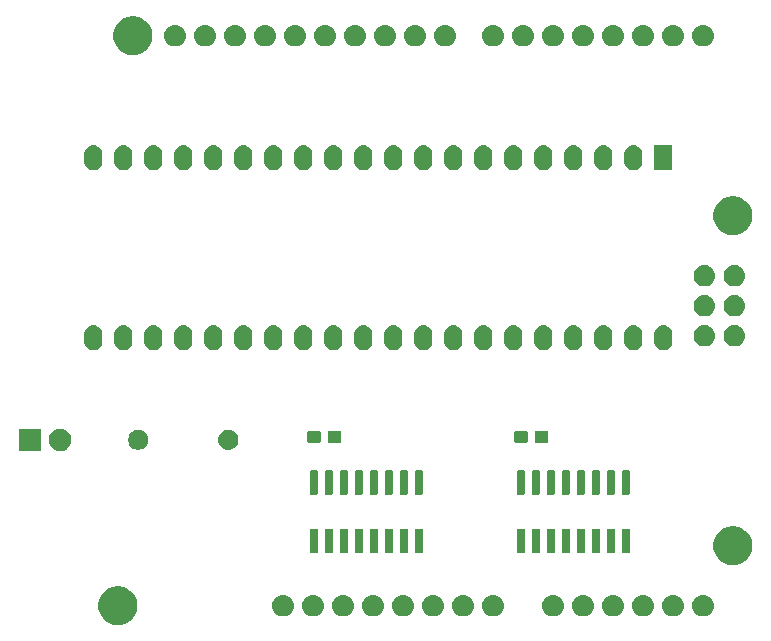
<source format=gts>
G04 #@! TF.GenerationSoftware,KiCad,Pcbnew,(5.1.2-1)-1*
G04 #@! TF.CreationDate,2019-08-29T21:11:54-07:00*
G04 #@! TF.ProjectId,kicad,6b696361-642e-46b6-9963-61645f706362,rev?*
G04 #@! TF.SameCoordinates,Original*
G04 #@! TF.FileFunction,Soldermask,Top*
G04 #@! TF.FilePolarity,Negative*
%FSLAX46Y46*%
G04 Gerber Fmt 4.6, Leading zero omitted, Abs format (unit mm)*
G04 Created by KiCad (PCBNEW (5.1.2-1)-1) date 2019-08-29 21:11:54*
%MOMM*%
%LPD*%
G04 APERTURE LIST*
%ADD10C,0.100000*%
G04 APERTURE END LIST*
D10*
G36*
X144706257Y-109464299D02*
G01*
X144812580Y-109485448D01*
X145113043Y-109609904D01*
X145383452Y-109790586D01*
X145613416Y-110020550D01*
X145794098Y-110290959D01*
X145794099Y-110290961D01*
X145918554Y-110591423D01*
X145982001Y-110910390D01*
X145982001Y-111235612D01*
X145918554Y-111554579D01*
X145801513Y-111837143D01*
X145794098Y-111855043D01*
X145613416Y-112125452D01*
X145383452Y-112355416D01*
X145113043Y-112536098D01*
X144812580Y-112660554D01*
X144706257Y-112681703D01*
X144493612Y-112724001D01*
X144168390Y-112724001D01*
X143955745Y-112681703D01*
X143849422Y-112660554D01*
X143548959Y-112536098D01*
X143278550Y-112355416D01*
X143048586Y-112125452D01*
X142867904Y-111855043D01*
X142860490Y-111837143D01*
X142743448Y-111554579D01*
X142680001Y-111235612D01*
X142680001Y-110910390D01*
X142743448Y-110591423D01*
X142867903Y-110290961D01*
X142867904Y-110290959D01*
X143048586Y-110020550D01*
X143278550Y-109790586D01*
X143548959Y-109609904D01*
X143849422Y-109485448D01*
X143955745Y-109464299D01*
X144168390Y-109422001D01*
X144493612Y-109422001D01*
X144706257Y-109464299D01*
X144706257Y-109464299D01*
G37*
G36*
X191500295Y-110171634D02*
G01*
X191672696Y-110223932D01*
X191831584Y-110308859D01*
X191970850Y-110423152D01*
X192085143Y-110562418D01*
X192170070Y-110721306D01*
X192222368Y-110893707D01*
X192240026Y-111073001D01*
X192222368Y-111252295D01*
X192170070Y-111424696D01*
X192085143Y-111583584D01*
X191970850Y-111722850D01*
X191831584Y-111837143D01*
X191672696Y-111922070D01*
X191500295Y-111974368D01*
X191365932Y-111987601D01*
X191276070Y-111987601D01*
X191141707Y-111974368D01*
X190969306Y-111922070D01*
X190810418Y-111837143D01*
X190671152Y-111722850D01*
X190556859Y-111583584D01*
X190471932Y-111424696D01*
X190419634Y-111252295D01*
X190401976Y-111073001D01*
X190419634Y-110893707D01*
X190471932Y-110721306D01*
X190556859Y-110562418D01*
X190671152Y-110423152D01*
X190810418Y-110308859D01*
X190969306Y-110223932D01*
X191141707Y-110171634D01*
X191276070Y-110158401D01*
X191365932Y-110158401D01*
X191500295Y-110171634D01*
X191500295Y-110171634D01*
G37*
G36*
X188960295Y-110171634D02*
G01*
X189132696Y-110223932D01*
X189291584Y-110308859D01*
X189430850Y-110423152D01*
X189545143Y-110562418D01*
X189630070Y-110721306D01*
X189682368Y-110893707D01*
X189700026Y-111073001D01*
X189682368Y-111252295D01*
X189630070Y-111424696D01*
X189545143Y-111583584D01*
X189430850Y-111722850D01*
X189291584Y-111837143D01*
X189132696Y-111922070D01*
X188960295Y-111974368D01*
X188825932Y-111987601D01*
X188736070Y-111987601D01*
X188601707Y-111974368D01*
X188429306Y-111922070D01*
X188270418Y-111837143D01*
X188131152Y-111722850D01*
X188016859Y-111583584D01*
X187931932Y-111424696D01*
X187879634Y-111252295D01*
X187861976Y-111073001D01*
X187879634Y-110893707D01*
X187931932Y-110721306D01*
X188016859Y-110562418D01*
X188131152Y-110423152D01*
X188270418Y-110308859D01*
X188429306Y-110223932D01*
X188601707Y-110171634D01*
X188736070Y-110158401D01*
X188825932Y-110158401D01*
X188960295Y-110171634D01*
X188960295Y-110171634D01*
G37*
G36*
X186420295Y-110171634D02*
G01*
X186592696Y-110223932D01*
X186751584Y-110308859D01*
X186890850Y-110423152D01*
X187005143Y-110562418D01*
X187090070Y-110721306D01*
X187142368Y-110893707D01*
X187160026Y-111073001D01*
X187142368Y-111252295D01*
X187090070Y-111424696D01*
X187005143Y-111583584D01*
X186890850Y-111722850D01*
X186751584Y-111837143D01*
X186592696Y-111922070D01*
X186420295Y-111974368D01*
X186285932Y-111987601D01*
X186196070Y-111987601D01*
X186061707Y-111974368D01*
X185889306Y-111922070D01*
X185730418Y-111837143D01*
X185591152Y-111722850D01*
X185476859Y-111583584D01*
X185391932Y-111424696D01*
X185339634Y-111252295D01*
X185321976Y-111073001D01*
X185339634Y-110893707D01*
X185391932Y-110721306D01*
X185476859Y-110562418D01*
X185591152Y-110423152D01*
X185730418Y-110308859D01*
X185889306Y-110223932D01*
X186061707Y-110171634D01*
X186196070Y-110158401D01*
X186285932Y-110158401D01*
X186420295Y-110171634D01*
X186420295Y-110171634D01*
G37*
G36*
X183880295Y-110171634D02*
G01*
X184052696Y-110223932D01*
X184211584Y-110308859D01*
X184350850Y-110423152D01*
X184465143Y-110562418D01*
X184550070Y-110721306D01*
X184602368Y-110893707D01*
X184620026Y-111073001D01*
X184602368Y-111252295D01*
X184550070Y-111424696D01*
X184465143Y-111583584D01*
X184350850Y-111722850D01*
X184211584Y-111837143D01*
X184052696Y-111922070D01*
X183880295Y-111974368D01*
X183745932Y-111987601D01*
X183656070Y-111987601D01*
X183521707Y-111974368D01*
X183349306Y-111922070D01*
X183190418Y-111837143D01*
X183051152Y-111722850D01*
X182936859Y-111583584D01*
X182851932Y-111424696D01*
X182799634Y-111252295D01*
X182781976Y-111073001D01*
X182799634Y-110893707D01*
X182851932Y-110721306D01*
X182936859Y-110562418D01*
X183051152Y-110423152D01*
X183190418Y-110308859D01*
X183349306Y-110223932D01*
X183521707Y-110171634D01*
X183656070Y-110158401D01*
X183745932Y-110158401D01*
X183880295Y-110171634D01*
X183880295Y-110171634D01*
G37*
G36*
X181340295Y-110171634D02*
G01*
X181512696Y-110223932D01*
X181671584Y-110308859D01*
X181810850Y-110423152D01*
X181925143Y-110562418D01*
X182010070Y-110721306D01*
X182062368Y-110893707D01*
X182080026Y-111073001D01*
X182062368Y-111252295D01*
X182010070Y-111424696D01*
X181925143Y-111583584D01*
X181810850Y-111722850D01*
X181671584Y-111837143D01*
X181512696Y-111922070D01*
X181340295Y-111974368D01*
X181205932Y-111987601D01*
X181116070Y-111987601D01*
X180981707Y-111974368D01*
X180809306Y-111922070D01*
X180650418Y-111837143D01*
X180511152Y-111722850D01*
X180396859Y-111583584D01*
X180311932Y-111424696D01*
X180259634Y-111252295D01*
X180241976Y-111073001D01*
X180259634Y-110893707D01*
X180311932Y-110721306D01*
X180396859Y-110562418D01*
X180511152Y-110423152D01*
X180650418Y-110308859D01*
X180809306Y-110223932D01*
X180981707Y-110171634D01*
X181116070Y-110158401D01*
X181205932Y-110158401D01*
X181340295Y-110171634D01*
X181340295Y-110171634D01*
G37*
G36*
X176260295Y-110171634D02*
G01*
X176432696Y-110223932D01*
X176591584Y-110308859D01*
X176730850Y-110423152D01*
X176845143Y-110562418D01*
X176930070Y-110721306D01*
X176982368Y-110893707D01*
X177000026Y-111073001D01*
X176982368Y-111252295D01*
X176930070Y-111424696D01*
X176845143Y-111583584D01*
X176730850Y-111722850D01*
X176591584Y-111837143D01*
X176432696Y-111922070D01*
X176260295Y-111974368D01*
X176125932Y-111987601D01*
X176036070Y-111987601D01*
X175901707Y-111974368D01*
X175729306Y-111922070D01*
X175570418Y-111837143D01*
X175431152Y-111722850D01*
X175316859Y-111583584D01*
X175231932Y-111424696D01*
X175179634Y-111252295D01*
X175161976Y-111073001D01*
X175179634Y-110893707D01*
X175231932Y-110721306D01*
X175316859Y-110562418D01*
X175431152Y-110423152D01*
X175570418Y-110308859D01*
X175729306Y-110223932D01*
X175901707Y-110171634D01*
X176036070Y-110158401D01*
X176125932Y-110158401D01*
X176260295Y-110171634D01*
X176260295Y-110171634D01*
G37*
G36*
X173720295Y-110171634D02*
G01*
X173892696Y-110223932D01*
X174051584Y-110308859D01*
X174190850Y-110423152D01*
X174305143Y-110562418D01*
X174390070Y-110721306D01*
X174442368Y-110893707D01*
X174460026Y-111073001D01*
X174442368Y-111252295D01*
X174390070Y-111424696D01*
X174305143Y-111583584D01*
X174190850Y-111722850D01*
X174051584Y-111837143D01*
X173892696Y-111922070D01*
X173720295Y-111974368D01*
X173585932Y-111987601D01*
X173496070Y-111987601D01*
X173361707Y-111974368D01*
X173189306Y-111922070D01*
X173030418Y-111837143D01*
X172891152Y-111722850D01*
X172776859Y-111583584D01*
X172691932Y-111424696D01*
X172639634Y-111252295D01*
X172621976Y-111073001D01*
X172639634Y-110893707D01*
X172691932Y-110721306D01*
X172776859Y-110562418D01*
X172891152Y-110423152D01*
X173030418Y-110308859D01*
X173189306Y-110223932D01*
X173361707Y-110171634D01*
X173496070Y-110158401D01*
X173585932Y-110158401D01*
X173720295Y-110171634D01*
X173720295Y-110171634D01*
G37*
G36*
X171180295Y-110171634D02*
G01*
X171352696Y-110223932D01*
X171511584Y-110308859D01*
X171650850Y-110423152D01*
X171765143Y-110562418D01*
X171850070Y-110721306D01*
X171902368Y-110893707D01*
X171920026Y-111073001D01*
X171902368Y-111252295D01*
X171850070Y-111424696D01*
X171765143Y-111583584D01*
X171650850Y-111722850D01*
X171511584Y-111837143D01*
X171352696Y-111922070D01*
X171180295Y-111974368D01*
X171045932Y-111987601D01*
X170956070Y-111987601D01*
X170821707Y-111974368D01*
X170649306Y-111922070D01*
X170490418Y-111837143D01*
X170351152Y-111722850D01*
X170236859Y-111583584D01*
X170151932Y-111424696D01*
X170099634Y-111252295D01*
X170081976Y-111073001D01*
X170099634Y-110893707D01*
X170151932Y-110721306D01*
X170236859Y-110562418D01*
X170351152Y-110423152D01*
X170490418Y-110308859D01*
X170649306Y-110223932D01*
X170821707Y-110171634D01*
X170956070Y-110158401D01*
X171045932Y-110158401D01*
X171180295Y-110171634D01*
X171180295Y-110171634D01*
G37*
G36*
X168640295Y-110171634D02*
G01*
X168812696Y-110223932D01*
X168971584Y-110308859D01*
X169110850Y-110423152D01*
X169225143Y-110562418D01*
X169310070Y-110721306D01*
X169362368Y-110893707D01*
X169380026Y-111073001D01*
X169362368Y-111252295D01*
X169310070Y-111424696D01*
X169225143Y-111583584D01*
X169110850Y-111722850D01*
X168971584Y-111837143D01*
X168812696Y-111922070D01*
X168640295Y-111974368D01*
X168505932Y-111987601D01*
X168416070Y-111987601D01*
X168281707Y-111974368D01*
X168109306Y-111922070D01*
X167950418Y-111837143D01*
X167811152Y-111722850D01*
X167696859Y-111583584D01*
X167611932Y-111424696D01*
X167559634Y-111252295D01*
X167541976Y-111073001D01*
X167559634Y-110893707D01*
X167611932Y-110721306D01*
X167696859Y-110562418D01*
X167811152Y-110423152D01*
X167950418Y-110308859D01*
X168109306Y-110223932D01*
X168281707Y-110171634D01*
X168416070Y-110158401D01*
X168505932Y-110158401D01*
X168640295Y-110171634D01*
X168640295Y-110171634D01*
G37*
G36*
X166100295Y-110171634D02*
G01*
X166272696Y-110223932D01*
X166431584Y-110308859D01*
X166570850Y-110423152D01*
X166685143Y-110562418D01*
X166770070Y-110721306D01*
X166822368Y-110893707D01*
X166840026Y-111073001D01*
X166822368Y-111252295D01*
X166770070Y-111424696D01*
X166685143Y-111583584D01*
X166570850Y-111722850D01*
X166431584Y-111837143D01*
X166272696Y-111922070D01*
X166100295Y-111974368D01*
X165965932Y-111987601D01*
X165876070Y-111987601D01*
X165741707Y-111974368D01*
X165569306Y-111922070D01*
X165410418Y-111837143D01*
X165271152Y-111722850D01*
X165156859Y-111583584D01*
X165071932Y-111424696D01*
X165019634Y-111252295D01*
X165001976Y-111073001D01*
X165019634Y-110893707D01*
X165071932Y-110721306D01*
X165156859Y-110562418D01*
X165271152Y-110423152D01*
X165410418Y-110308859D01*
X165569306Y-110223932D01*
X165741707Y-110171634D01*
X165876070Y-110158401D01*
X165965932Y-110158401D01*
X166100295Y-110171634D01*
X166100295Y-110171634D01*
G37*
G36*
X163560295Y-110171634D02*
G01*
X163732696Y-110223932D01*
X163891584Y-110308859D01*
X164030850Y-110423152D01*
X164145143Y-110562418D01*
X164230070Y-110721306D01*
X164282368Y-110893707D01*
X164300026Y-111073001D01*
X164282368Y-111252295D01*
X164230070Y-111424696D01*
X164145143Y-111583584D01*
X164030850Y-111722850D01*
X163891584Y-111837143D01*
X163732696Y-111922070D01*
X163560295Y-111974368D01*
X163425932Y-111987601D01*
X163336070Y-111987601D01*
X163201707Y-111974368D01*
X163029306Y-111922070D01*
X162870418Y-111837143D01*
X162731152Y-111722850D01*
X162616859Y-111583584D01*
X162531932Y-111424696D01*
X162479634Y-111252295D01*
X162461976Y-111073001D01*
X162479634Y-110893707D01*
X162531932Y-110721306D01*
X162616859Y-110562418D01*
X162731152Y-110423152D01*
X162870418Y-110308859D01*
X163029306Y-110223932D01*
X163201707Y-110171634D01*
X163336070Y-110158401D01*
X163425932Y-110158401D01*
X163560295Y-110171634D01*
X163560295Y-110171634D01*
G37*
G36*
X161020295Y-110171634D02*
G01*
X161192696Y-110223932D01*
X161351584Y-110308859D01*
X161490850Y-110423152D01*
X161605143Y-110562418D01*
X161690070Y-110721306D01*
X161742368Y-110893707D01*
X161760026Y-111073001D01*
X161742368Y-111252295D01*
X161690070Y-111424696D01*
X161605143Y-111583584D01*
X161490850Y-111722850D01*
X161351584Y-111837143D01*
X161192696Y-111922070D01*
X161020295Y-111974368D01*
X160885932Y-111987601D01*
X160796070Y-111987601D01*
X160661707Y-111974368D01*
X160489306Y-111922070D01*
X160330418Y-111837143D01*
X160191152Y-111722850D01*
X160076859Y-111583584D01*
X159991932Y-111424696D01*
X159939634Y-111252295D01*
X159921976Y-111073001D01*
X159939634Y-110893707D01*
X159991932Y-110721306D01*
X160076859Y-110562418D01*
X160191152Y-110423152D01*
X160330418Y-110308859D01*
X160489306Y-110223932D01*
X160661707Y-110171634D01*
X160796070Y-110158401D01*
X160885932Y-110158401D01*
X161020295Y-110171634D01*
X161020295Y-110171634D01*
G37*
G36*
X158480295Y-110171634D02*
G01*
X158652696Y-110223932D01*
X158811584Y-110308859D01*
X158950850Y-110423152D01*
X159065143Y-110562418D01*
X159150070Y-110721306D01*
X159202368Y-110893707D01*
X159220026Y-111073001D01*
X159202368Y-111252295D01*
X159150070Y-111424696D01*
X159065143Y-111583584D01*
X158950850Y-111722850D01*
X158811584Y-111837143D01*
X158652696Y-111922070D01*
X158480295Y-111974368D01*
X158345932Y-111987601D01*
X158256070Y-111987601D01*
X158121707Y-111974368D01*
X157949306Y-111922070D01*
X157790418Y-111837143D01*
X157651152Y-111722850D01*
X157536859Y-111583584D01*
X157451932Y-111424696D01*
X157399634Y-111252295D01*
X157381976Y-111073001D01*
X157399634Y-110893707D01*
X157451932Y-110721306D01*
X157536859Y-110562418D01*
X157651152Y-110423152D01*
X157790418Y-110308859D01*
X157949306Y-110223932D01*
X158121707Y-110171634D01*
X158256070Y-110158401D01*
X158345932Y-110158401D01*
X158480295Y-110171634D01*
X158480295Y-110171634D01*
G37*
G36*
X194040295Y-110171634D02*
G01*
X194212696Y-110223932D01*
X194371584Y-110308859D01*
X194510850Y-110423152D01*
X194625143Y-110562418D01*
X194710070Y-110721306D01*
X194762368Y-110893707D01*
X194780026Y-111073001D01*
X194762368Y-111252295D01*
X194710070Y-111424696D01*
X194625143Y-111583584D01*
X194510850Y-111722850D01*
X194371584Y-111837143D01*
X194212696Y-111922070D01*
X194040295Y-111974368D01*
X193905932Y-111987601D01*
X193816070Y-111987601D01*
X193681707Y-111974368D01*
X193509306Y-111922070D01*
X193350418Y-111837143D01*
X193211152Y-111722850D01*
X193096859Y-111583584D01*
X193011932Y-111424696D01*
X192959634Y-111252295D01*
X192941976Y-111073001D01*
X192959634Y-110893707D01*
X193011932Y-110721306D01*
X193096859Y-110562418D01*
X193211152Y-110423152D01*
X193350418Y-110308859D01*
X193509306Y-110223932D01*
X193681707Y-110171634D01*
X193816070Y-110158401D01*
X193905932Y-110158401D01*
X194040295Y-110171634D01*
X194040295Y-110171634D01*
G37*
G36*
X196776257Y-104384299D02*
G01*
X196882580Y-104405448D01*
X197183043Y-104529904D01*
X197453452Y-104710586D01*
X197683416Y-104940550D01*
X197864098Y-105210959D01*
X197988554Y-105511422D01*
X198052001Y-105830392D01*
X198052001Y-106155610D01*
X197988554Y-106474580D01*
X197864098Y-106775043D01*
X197683416Y-107045452D01*
X197453452Y-107275416D01*
X197183043Y-107456098D01*
X196882580Y-107580554D01*
X196776257Y-107601703D01*
X196563612Y-107644001D01*
X196238390Y-107644001D01*
X196025745Y-107601703D01*
X195919422Y-107580554D01*
X195618959Y-107456098D01*
X195348550Y-107275416D01*
X195118586Y-107045452D01*
X194937904Y-106775043D01*
X194813448Y-106474580D01*
X194750001Y-106155610D01*
X194750001Y-105830392D01*
X194813448Y-105511422D01*
X194937904Y-105210959D01*
X195118586Y-104940550D01*
X195348550Y-104710586D01*
X195618959Y-104529904D01*
X195919422Y-104405448D01*
X196025745Y-104384299D01*
X196238390Y-104342001D01*
X196563612Y-104342001D01*
X196776257Y-104384299D01*
X196776257Y-104384299D01*
G37*
G36*
X162438928Y-104575764D02*
G01*
X162460009Y-104582160D01*
X162479445Y-104592548D01*
X162496476Y-104606524D01*
X162510452Y-104623555D01*
X162520840Y-104642991D01*
X162527236Y-104664072D01*
X162530000Y-104692140D01*
X162530000Y-106505860D01*
X162527236Y-106533928D01*
X162520840Y-106555009D01*
X162510452Y-106574445D01*
X162496476Y-106591476D01*
X162479445Y-106605452D01*
X162460009Y-106615840D01*
X162438928Y-106622236D01*
X162410860Y-106625000D01*
X161947140Y-106625000D01*
X161919072Y-106622236D01*
X161897991Y-106615840D01*
X161878555Y-106605452D01*
X161861524Y-106591476D01*
X161847548Y-106574445D01*
X161837160Y-106555009D01*
X161830764Y-106533928D01*
X161828000Y-106505860D01*
X161828000Y-104692140D01*
X161830764Y-104664072D01*
X161837160Y-104642991D01*
X161847548Y-104623555D01*
X161861524Y-104606524D01*
X161878555Y-104592548D01*
X161897991Y-104582160D01*
X161919072Y-104575764D01*
X161947140Y-104573000D01*
X162410860Y-104573000D01*
X162438928Y-104575764D01*
X162438928Y-104575764D01*
G37*
G36*
X178694928Y-104575764D02*
G01*
X178716009Y-104582160D01*
X178735445Y-104592548D01*
X178752476Y-104606524D01*
X178766452Y-104623555D01*
X178776840Y-104642991D01*
X178783236Y-104664072D01*
X178786000Y-104692140D01*
X178786000Y-106505860D01*
X178783236Y-106533928D01*
X178776840Y-106555009D01*
X178766452Y-106574445D01*
X178752476Y-106591476D01*
X178735445Y-106605452D01*
X178716009Y-106615840D01*
X178694928Y-106622236D01*
X178666860Y-106625000D01*
X178203140Y-106625000D01*
X178175072Y-106622236D01*
X178153991Y-106615840D01*
X178134555Y-106605452D01*
X178117524Y-106591476D01*
X178103548Y-106574445D01*
X178093160Y-106555009D01*
X178086764Y-106533928D01*
X178084000Y-106505860D01*
X178084000Y-104692140D01*
X178086764Y-104664072D01*
X178093160Y-104642991D01*
X178103548Y-104623555D01*
X178117524Y-104606524D01*
X178134555Y-104592548D01*
X178153991Y-104582160D01*
X178175072Y-104575764D01*
X178203140Y-104573000D01*
X178666860Y-104573000D01*
X178694928Y-104575764D01*
X178694928Y-104575764D01*
G37*
G36*
X161168928Y-104575764D02*
G01*
X161190009Y-104582160D01*
X161209445Y-104592548D01*
X161226476Y-104606524D01*
X161240452Y-104623555D01*
X161250840Y-104642991D01*
X161257236Y-104664072D01*
X161260000Y-104692140D01*
X161260000Y-106505860D01*
X161257236Y-106533928D01*
X161250840Y-106555009D01*
X161240452Y-106574445D01*
X161226476Y-106591476D01*
X161209445Y-106605452D01*
X161190009Y-106615840D01*
X161168928Y-106622236D01*
X161140860Y-106625000D01*
X160677140Y-106625000D01*
X160649072Y-106622236D01*
X160627991Y-106615840D01*
X160608555Y-106605452D01*
X160591524Y-106591476D01*
X160577548Y-106574445D01*
X160567160Y-106555009D01*
X160560764Y-106533928D01*
X160558000Y-106505860D01*
X160558000Y-104692140D01*
X160560764Y-104664072D01*
X160567160Y-104642991D01*
X160577548Y-104623555D01*
X160591524Y-104606524D01*
X160608555Y-104592548D01*
X160627991Y-104582160D01*
X160649072Y-104575764D01*
X160677140Y-104573000D01*
X161140860Y-104573000D01*
X161168928Y-104575764D01*
X161168928Y-104575764D01*
G37*
G36*
X163708928Y-104575764D02*
G01*
X163730009Y-104582160D01*
X163749445Y-104592548D01*
X163766476Y-104606524D01*
X163780452Y-104623555D01*
X163790840Y-104642991D01*
X163797236Y-104664072D01*
X163800000Y-104692140D01*
X163800000Y-106505860D01*
X163797236Y-106533928D01*
X163790840Y-106555009D01*
X163780452Y-106574445D01*
X163766476Y-106591476D01*
X163749445Y-106605452D01*
X163730009Y-106615840D01*
X163708928Y-106622236D01*
X163680860Y-106625000D01*
X163217140Y-106625000D01*
X163189072Y-106622236D01*
X163167991Y-106615840D01*
X163148555Y-106605452D01*
X163131524Y-106591476D01*
X163117548Y-106574445D01*
X163107160Y-106555009D01*
X163100764Y-106533928D01*
X163098000Y-106505860D01*
X163098000Y-104692140D01*
X163100764Y-104664072D01*
X163107160Y-104642991D01*
X163117548Y-104623555D01*
X163131524Y-104606524D01*
X163148555Y-104592548D01*
X163167991Y-104582160D01*
X163189072Y-104575764D01*
X163217140Y-104573000D01*
X163680860Y-104573000D01*
X163708928Y-104575764D01*
X163708928Y-104575764D01*
G37*
G36*
X164978928Y-104575764D02*
G01*
X165000009Y-104582160D01*
X165019445Y-104592548D01*
X165036476Y-104606524D01*
X165050452Y-104623555D01*
X165060840Y-104642991D01*
X165067236Y-104664072D01*
X165070000Y-104692140D01*
X165070000Y-106505860D01*
X165067236Y-106533928D01*
X165060840Y-106555009D01*
X165050452Y-106574445D01*
X165036476Y-106591476D01*
X165019445Y-106605452D01*
X165000009Y-106615840D01*
X164978928Y-106622236D01*
X164950860Y-106625000D01*
X164487140Y-106625000D01*
X164459072Y-106622236D01*
X164437991Y-106615840D01*
X164418555Y-106605452D01*
X164401524Y-106591476D01*
X164387548Y-106574445D01*
X164377160Y-106555009D01*
X164370764Y-106533928D01*
X164368000Y-106505860D01*
X164368000Y-104692140D01*
X164370764Y-104664072D01*
X164377160Y-104642991D01*
X164387548Y-104623555D01*
X164401524Y-104606524D01*
X164418555Y-104592548D01*
X164437991Y-104582160D01*
X164459072Y-104575764D01*
X164487140Y-104573000D01*
X164950860Y-104573000D01*
X164978928Y-104575764D01*
X164978928Y-104575764D01*
G37*
G36*
X166248928Y-104575764D02*
G01*
X166270009Y-104582160D01*
X166289445Y-104592548D01*
X166306476Y-104606524D01*
X166320452Y-104623555D01*
X166330840Y-104642991D01*
X166337236Y-104664072D01*
X166340000Y-104692140D01*
X166340000Y-106505860D01*
X166337236Y-106533928D01*
X166330840Y-106555009D01*
X166320452Y-106574445D01*
X166306476Y-106591476D01*
X166289445Y-106605452D01*
X166270009Y-106615840D01*
X166248928Y-106622236D01*
X166220860Y-106625000D01*
X165757140Y-106625000D01*
X165729072Y-106622236D01*
X165707991Y-106615840D01*
X165688555Y-106605452D01*
X165671524Y-106591476D01*
X165657548Y-106574445D01*
X165647160Y-106555009D01*
X165640764Y-106533928D01*
X165638000Y-106505860D01*
X165638000Y-104692140D01*
X165640764Y-104664072D01*
X165647160Y-104642991D01*
X165657548Y-104623555D01*
X165671524Y-104606524D01*
X165688555Y-104592548D01*
X165707991Y-104582160D01*
X165729072Y-104575764D01*
X165757140Y-104573000D01*
X166220860Y-104573000D01*
X166248928Y-104575764D01*
X166248928Y-104575764D01*
G37*
G36*
X167518928Y-104575764D02*
G01*
X167540009Y-104582160D01*
X167559445Y-104592548D01*
X167576476Y-104606524D01*
X167590452Y-104623555D01*
X167600840Y-104642991D01*
X167607236Y-104664072D01*
X167610000Y-104692140D01*
X167610000Y-106505860D01*
X167607236Y-106533928D01*
X167600840Y-106555009D01*
X167590452Y-106574445D01*
X167576476Y-106591476D01*
X167559445Y-106605452D01*
X167540009Y-106615840D01*
X167518928Y-106622236D01*
X167490860Y-106625000D01*
X167027140Y-106625000D01*
X166999072Y-106622236D01*
X166977991Y-106615840D01*
X166958555Y-106605452D01*
X166941524Y-106591476D01*
X166927548Y-106574445D01*
X166917160Y-106555009D01*
X166910764Y-106533928D01*
X166908000Y-106505860D01*
X166908000Y-104692140D01*
X166910764Y-104664072D01*
X166917160Y-104642991D01*
X166927548Y-104623555D01*
X166941524Y-104606524D01*
X166958555Y-104592548D01*
X166977991Y-104582160D01*
X166999072Y-104575764D01*
X167027140Y-104573000D01*
X167490860Y-104573000D01*
X167518928Y-104575764D01*
X167518928Y-104575764D01*
G37*
G36*
X168788928Y-104575764D02*
G01*
X168810009Y-104582160D01*
X168829445Y-104592548D01*
X168846476Y-104606524D01*
X168860452Y-104623555D01*
X168870840Y-104642991D01*
X168877236Y-104664072D01*
X168880000Y-104692140D01*
X168880000Y-106505860D01*
X168877236Y-106533928D01*
X168870840Y-106555009D01*
X168860452Y-106574445D01*
X168846476Y-106591476D01*
X168829445Y-106605452D01*
X168810009Y-106615840D01*
X168788928Y-106622236D01*
X168760860Y-106625000D01*
X168297140Y-106625000D01*
X168269072Y-106622236D01*
X168247991Y-106615840D01*
X168228555Y-106605452D01*
X168211524Y-106591476D01*
X168197548Y-106574445D01*
X168187160Y-106555009D01*
X168180764Y-106533928D01*
X168178000Y-106505860D01*
X168178000Y-104692140D01*
X168180764Y-104664072D01*
X168187160Y-104642991D01*
X168197548Y-104623555D01*
X168211524Y-104606524D01*
X168228555Y-104592548D01*
X168247991Y-104582160D01*
X168269072Y-104575764D01*
X168297140Y-104573000D01*
X168760860Y-104573000D01*
X168788928Y-104575764D01*
X168788928Y-104575764D01*
G37*
G36*
X170058928Y-104575764D02*
G01*
X170080009Y-104582160D01*
X170099445Y-104592548D01*
X170116476Y-104606524D01*
X170130452Y-104623555D01*
X170140840Y-104642991D01*
X170147236Y-104664072D01*
X170150000Y-104692140D01*
X170150000Y-106505860D01*
X170147236Y-106533928D01*
X170140840Y-106555009D01*
X170130452Y-106574445D01*
X170116476Y-106591476D01*
X170099445Y-106605452D01*
X170080009Y-106615840D01*
X170058928Y-106622236D01*
X170030860Y-106625000D01*
X169567140Y-106625000D01*
X169539072Y-106622236D01*
X169517991Y-106615840D01*
X169498555Y-106605452D01*
X169481524Y-106591476D01*
X169467548Y-106574445D01*
X169457160Y-106555009D01*
X169450764Y-106533928D01*
X169448000Y-106505860D01*
X169448000Y-104692140D01*
X169450764Y-104664072D01*
X169457160Y-104642991D01*
X169467548Y-104623555D01*
X169481524Y-104606524D01*
X169498555Y-104592548D01*
X169517991Y-104582160D01*
X169539072Y-104575764D01*
X169567140Y-104573000D01*
X170030860Y-104573000D01*
X170058928Y-104575764D01*
X170058928Y-104575764D01*
G37*
G36*
X187584928Y-104575764D02*
G01*
X187606009Y-104582160D01*
X187625445Y-104592548D01*
X187642476Y-104606524D01*
X187656452Y-104623555D01*
X187666840Y-104642991D01*
X187673236Y-104664072D01*
X187676000Y-104692140D01*
X187676000Y-106505860D01*
X187673236Y-106533928D01*
X187666840Y-106555009D01*
X187656452Y-106574445D01*
X187642476Y-106591476D01*
X187625445Y-106605452D01*
X187606009Y-106615840D01*
X187584928Y-106622236D01*
X187556860Y-106625000D01*
X187093140Y-106625000D01*
X187065072Y-106622236D01*
X187043991Y-106615840D01*
X187024555Y-106605452D01*
X187007524Y-106591476D01*
X186993548Y-106574445D01*
X186983160Y-106555009D01*
X186976764Y-106533928D01*
X186974000Y-106505860D01*
X186974000Y-104692140D01*
X186976764Y-104664072D01*
X186983160Y-104642991D01*
X186993548Y-104623555D01*
X187007524Y-104606524D01*
X187024555Y-104592548D01*
X187043991Y-104582160D01*
X187065072Y-104575764D01*
X187093140Y-104573000D01*
X187556860Y-104573000D01*
X187584928Y-104575764D01*
X187584928Y-104575764D01*
G37*
G36*
X186314928Y-104575764D02*
G01*
X186336009Y-104582160D01*
X186355445Y-104592548D01*
X186372476Y-104606524D01*
X186386452Y-104623555D01*
X186396840Y-104642991D01*
X186403236Y-104664072D01*
X186406000Y-104692140D01*
X186406000Y-106505860D01*
X186403236Y-106533928D01*
X186396840Y-106555009D01*
X186386452Y-106574445D01*
X186372476Y-106591476D01*
X186355445Y-106605452D01*
X186336009Y-106615840D01*
X186314928Y-106622236D01*
X186286860Y-106625000D01*
X185823140Y-106625000D01*
X185795072Y-106622236D01*
X185773991Y-106615840D01*
X185754555Y-106605452D01*
X185737524Y-106591476D01*
X185723548Y-106574445D01*
X185713160Y-106555009D01*
X185706764Y-106533928D01*
X185704000Y-106505860D01*
X185704000Y-104692140D01*
X185706764Y-104664072D01*
X185713160Y-104642991D01*
X185723548Y-104623555D01*
X185737524Y-104606524D01*
X185754555Y-104592548D01*
X185773991Y-104582160D01*
X185795072Y-104575764D01*
X185823140Y-104573000D01*
X186286860Y-104573000D01*
X186314928Y-104575764D01*
X186314928Y-104575764D01*
G37*
G36*
X185044928Y-104575764D02*
G01*
X185066009Y-104582160D01*
X185085445Y-104592548D01*
X185102476Y-104606524D01*
X185116452Y-104623555D01*
X185126840Y-104642991D01*
X185133236Y-104664072D01*
X185136000Y-104692140D01*
X185136000Y-106505860D01*
X185133236Y-106533928D01*
X185126840Y-106555009D01*
X185116452Y-106574445D01*
X185102476Y-106591476D01*
X185085445Y-106605452D01*
X185066009Y-106615840D01*
X185044928Y-106622236D01*
X185016860Y-106625000D01*
X184553140Y-106625000D01*
X184525072Y-106622236D01*
X184503991Y-106615840D01*
X184484555Y-106605452D01*
X184467524Y-106591476D01*
X184453548Y-106574445D01*
X184443160Y-106555009D01*
X184436764Y-106533928D01*
X184434000Y-106505860D01*
X184434000Y-104692140D01*
X184436764Y-104664072D01*
X184443160Y-104642991D01*
X184453548Y-104623555D01*
X184467524Y-104606524D01*
X184484555Y-104592548D01*
X184503991Y-104582160D01*
X184525072Y-104575764D01*
X184553140Y-104573000D01*
X185016860Y-104573000D01*
X185044928Y-104575764D01*
X185044928Y-104575764D01*
G37*
G36*
X183774928Y-104575764D02*
G01*
X183796009Y-104582160D01*
X183815445Y-104592548D01*
X183832476Y-104606524D01*
X183846452Y-104623555D01*
X183856840Y-104642991D01*
X183863236Y-104664072D01*
X183866000Y-104692140D01*
X183866000Y-106505860D01*
X183863236Y-106533928D01*
X183856840Y-106555009D01*
X183846452Y-106574445D01*
X183832476Y-106591476D01*
X183815445Y-106605452D01*
X183796009Y-106615840D01*
X183774928Y-106622236D01*
X183746860Y-106625000D01*
X183283140Y-106625000D01*
X183255072Y-106622236D01*
X183233991Y-106615840D01*
X183214555Y-106605452D01*
X183197524Y-106591476D01*
X183183548Y-106574445D01*
X183173160Y-106555009D01*
X183166764Y-106533928D01*
X183164000Y-106505860D01*
X183164000Y-104692140D01*
X183166764Y-104664072D01*
X183173160Y-104642991D01*
X183183548Y-104623555D01*
X183197524Y-104606524D01*
X183214555Y-104592548D01*
X183233991Y-104582160D01*
X183255072Y-104575764D01*
X183283140Y-104573000D01*
X183746860Y-104573000D01*
X183774928Y-104575764D01*
X183774928Y-104575764D01*
G37*
G36*
X182504928Y-104575764D02*
G01*
X182526009Y-104582160D01*
X182545445Y-104592548D01*
X182562476Y-104606524D01*
X182576452Y-104623555D01*
X182586840Y-104642991D01*
X182593236Y-104664072D01*
X182596000Y-104692140D01*
X182596000Y-106505860D01*
X182593236Y-106533928D01*
X182586840Y-106555009D01*
X182576452Y-106574445D01*
X182562476Y-106591476D01*
X182545445Y-106605452D01*
X182526009Y-106615840D01*
X182504928Y-106622236D01*
X182476860Y-106625000D01*
X182013140Y-106625000D01*
X181985072Y-106622236D01*
X181963991Y-106615840D01*
X181944555Y-106605452D01*
X181927524Y-106591476D01*
X181913548Y-106574445D01*
X181903160Y-106555009D01*
X181896764Y-106533928D01*
X181894000Y-106505860D01*
X181894000Y-104692140D01*
X181896764Y-104664072D01*
X181903160Y-104642991D01*
X181913548Y-104623555D01*
X181927524Y-104606524D01*
X181944555Y-104592548D01*
X181963991Y-104582160D01*
X181985072Y-104575764D01*
X182013140Y-104573000D01*
X182476860Y-104573000D01*
X182504928Y-104575764D01*
X182504928Y-104575764D01*
G37*
G36*
X181234928Y-104575764D02*
G01*
X181256009Y-104582160D01*
X181275445Y-104592548D01*
X181292476Y-104606524D01*
X181306452Y-104623555D01*
X181316840Y-104642991D01*
X181323236Y-104664072D01*
X181326000Y-104692140D01*
X181326000Y-106505860D01*
X181323236Y-106533928D01*
X181316840Y-106555009D01*
X181306452Y-106574445D01*
X181292476Y-106591476D01*
X181275445Y-106605452D01*
X181256009Y-106615840D01*
X181234928Y-106622236D01*
X181206860Y-106625000D01*
X180743140Y-106625000D01*
X180715072Y-106622236D01*
X180693991Y-106615840D01*
X180674555Y-106605452D01*
X180657524Y-106591476D01*
X180643548Y-106574445D01*
X180633160Y-106555009D01*
X180626764Y-106533928D01*
X180624000Y-106505860D01*
X180624000Y-104692140D01*
X180626764Y-104664072D01*
X180633160Y-104642991D01*
X180643548Y-104623555D01*
X180657524Y-104606524D01*
X180674555Y-104592548D01*
X180693991Y-104582160D01*
X180715072Y-104575764D01*
X180743140Y-104573000D01*
X181206860Y-104573000D01*
X181234928Y-104575764D01*
X181234928Y-104575764D01*
G37*
G36*
X179964928Y-104575764D02*
G01*
X179986009Y-104582160D01*
X180005445Y-104592548D01*
X180022476Y-104606524D01*
X180036452Y-104623555D01*
X180046840Y-104642991D01*
X180053236Y-104664072D01*
X180056000Y-104692140D01*
X180056000Y-106505860D01*
X180053236Y-106533928D01*
X180046840Y-106555009D01*
X180036452Y-106574445D01*
X180022476Y-106591476D01*
X180005445Y-106605452D01*
X179986009Y-106615840D01*
X179964928Y-106622236D01*
X179936860Y-106625000D01*
X179473140Y-106625000D01*
X179445072Y-106622236D01*
X179423991Y-106615840D01*
X179404555Y-106605452D01*
X179387524Y-106591476D01*
X179373548Y-106574445D01*
X179363160Y-106555009D01*
X179356764Y-106533928D01*
X179354000Y-106505860D01*
X179354000Y-104692140D01*
X179356764Y-104664072D01*
X179363160Y-104642991D01*
X179373548Y-104623555D01*
X179387524Y-104606524D01*
X179404555Y-104592548D01*
X179423991Y-104582160D01*
X179445072Y-104575764D01*
X179473140Y-104573000D01*
X179936860Y-104573000D01*
X179964928Y-104575764D01*
X179964928Y-104575764D01*
G37*
G36*
X186314928Y-99625764D02*
G01*
X186336009Y-99632160D01*
X186355445Y-99642548D01*
X186372476Y-99656524D01*
X186386452Y-99673555D01*
X186396840Y-99692991D01*
X186403236Y-99714072D01*
X186406000Y-99742140D01*
X186406000Y-101555860D01*
X186403236Y-101583928D01*
X186396840Y-101605009D01*
X186386452Y-101624445D01*
X186372476Y-101641476D01*
X186355445Y-101655452D01*
X186336009Y-101665840D01*
X186314928Y-101672236D01*
X186286860Y-101675000D01*
X185823140Y-101675000D01*
X185795072Y-101672236D01*
X185773991Y-101665840D01*
X185754555Y-101655452D01*
X185737524Y-101641476D01*
X185723548Y-101624445D01*
X185713160Y-101605009D01*
X185706764Y-101583928D01*
X185704000Y-101555860D01*
X185704000Y-99742140D01*
X185706764Y-99714072D01*
X185713160Y-99692991D01*
X185723548Y-99673555D01*
X185737524Y-99656524D01*
X185754555Y-99642548D01*
X185773991Y-99632160D01*
X185795072Y-99625764D01*
X185823140Y-99623000D01*
X186286860Y-99623000D01*
X186314928Y-99625764D01*
X186314928Y-99625764D01*
G37*
G36*
X161168928Y-99625764D02*
G01*
X161190009Y-99632160D01*
X161209445Y-99642548D01*
X161226476Y-99656524D01*
X161240452Y-99673555D01*
X161250840Y-99692991D01*
X161257236Y-99714072D01*
X161260000Y-99742140D01*
X161260000Y-101555860D01*
X161257236Y-101583928D01*
X161250840Y-101605009D01*
X161240452Y-101624445D01*
X161226476Y-101641476D01*
X161209445Y-101655452D01*
X161190009Y-101665840D01*
X161168928Y-101672236D01*
X161140860Y-101675000D01*
X160677140Y-101675000D01*
X160649072Y-101672236D01*
X160627991Y-101665840D01*
X160608555Y-101655452D01*
X160591524Y-101641476D01*
X160577548Y-101624445D01*
X160567160Y-101605009D01*
X160560764Y-101583928D01*
X160558000Y-101555860D01*
X160558000Y-99742140D01*
X160560764Y-99714072D01*
X160567160Y-99692991D01*
X160577548Y-99673555D01*
X160591524Y-99656524D01*
X160608555Y-99642548D01*
X160627991Y-99632160D01*
X160649072Y-99625764D01*
X160677140Y-99623000D01*
X161140860Y-99623000D01*
X161168928Y-99625764D01*
X161168928Y-99625764D01*
G37*
G36*
X185044928Y-99625764D02*
G01*
X185066009Y-99632160D01*
X185085445Y-99642548D01*
X185102476Y-99656524D01*
X185116452Y-99673555D01*
X185126840Y-99692991D01*
X185133236Y-99714072D01*
X185136000Y-99742140D01*
X185136000Y-101555860D01*
X185133236Y-101583928D01*
X185126840Y-101605009D01*
X185116452Y-101624445D01*
X185102476Y-101641476D01*
X185085445Y-101655452D01*
X185066009Y-101665840D01*
X185044928Y-101672236D01*
X185016860Y-101675000D01*
X184553140Y-101675000D01*
X184525072Y-101672236D01*
X184503991Y-101665840D01*
X184484555Y-101655452D01*
X184467524Y-101641476D01*
X184453548Y-101624445D01*
X184443160Y-101605009D01*
X184436764Y-101583928D01*
X184434000Y-101555860D01*
X184434000Y-99742140D01*
X184436764Y-99714072D01*
X184443160Y-99692991D01*
X184453548Y-99673555D01*
X184467524Y-99656524D01*
X184484555Y-99642548D01*
X184503991Y-99632160D01*
X184525072Y-99625764D01*
X184553140Y-99623000D01*
X185016860Y-99623000D01*
X185044928Y-99625764D01*
X185044928Y-99625764D01*
G37*
G36*
X187584928Y-99625764D02*
G01*
X187606009Y-99632160D01*
X187625445Y-99642548D01*
X187642476Y-99656524D01*
X187656452Y-99673555D01*
X187666840Y-99692991D01*
X187673236Y-99714072D01*
X187676000Y-99742140D01*
X187676000Y-101555860D01*
X187673236Y-101583928D01*
X187666840Y-101605009D01*
X187656452Y-101624445D01*
X187642476Y-101641476D01*
X187625445Y-101655452D01*
X187606009Y-101665840D01*
X187584928Y-101672236D01*
X187556860Y-101675000D01*
X187093140Y-101675000D01*
X187065072Y-101672236D01*
X187043991Y-101665840D01*
X187024555Y-101655452D01*
X187007524Y-101641476D01*
X186993548Y-101624445D01*
X186983160Y-101605009D01*
X186976764Y-101583928D01*
X186974000Y-101555860D01*
X186974000Y-99742140D01*
X186976764Y-99714072D01*
X186983160Y-99692991D01*
X186993548Y-99673555D01*
X187007524Y-99656524D01*
X187024555Y-99642548D01*
X187043991Y-99632160D01*
X187065072Y-99625764D01*
X187093140Y-99623000D01*
X187556860Y-99623000D01*
X187584928Y-99625764D01*
X187584928Y-99625764D01*
G37*
G36*
X183774928Y-99625764D02*
G01*
X183796009Y-99632160D01*
X183815445Y-99642548D01*
X183832476Y-99656524D01*
X183846452Y-99673555D01*
X183856840Y-99692991D01*
X183863236Y-99714072D01*
X183866000Y-99742140D01*
X183866000Y-101555860D01*
X183863236Y-101583928D01*
X183856840Y-101605009D01*
X183846452Y-101624445D01*
X183832476Y-101641476D01*
X183815445Y-101655452D01*
X183796009Y-101665840D01*
X183774928Y-101672236D01*
X183746860Y-101675000D01*
X183283140Y-101675000D01*
X183255072Y-101672236D01*
X183233991Y-101665840D01*
X183214555Y-101655452D01*
X183197524Y-101641476D01*
X183183548Y-101624445D01*
X183173160Y-101605009D01*
X183166764Y-101583928D01*
X183164000Y-101555860D01*
X183164000Y-99742140D01*
X183166764Y-99714072D01*
X183173160Y-99692991D01*
X183183548Y-99673555D01*
X183197524Y-99656524D01*
X183214555Y-99642548D01*
X183233991Y-99632160D01*
X183255072Y-99625764D01*
X183283140Y-99623000D01*
X183746860Y-99623000D01*
X183774928Y-99625764D01*
X183774928Y-99625764D01*
G37*
G36*
X182504928Y-99625764D02*
G01*
X182526009Y-99632160D01*
X182545445Y-99642548D01*
X182562476Y-99656524D01*
X182576452Y-99673555D01*
X182586840Y-99692991D01*
X182593236Y-99714072D01*
X182596000Y-99742140D01*
X182596000Y-101555860D01*
X182593236Y-101583928D01*
X182586840Y-101605009D01*
X182576452Y-101624445D01*
X182562476Y-101641476D01*
X182545445Y-101655452D01*
X182526009Y-101665840D01*
X182504928Y-101672236D01*
X182476860Y-101675000D01*
X182013140Y-101675000D01*
X181985072Y-101672236D01*
X181963991Y-101665840D01*
X181944555Y-101655452D01*
X181927524Y-101641476D01*
X181913548Y-101624445D01*
X181903160Y-101605009D01*
X181896764Y-101583928D01*
X181894000Y-101555860D01*
X181894000Y-99742140D01*
X181896764Y-99714072D01*
X181903160Y-99692991D01*
X181913548Y-99673555D01*
X181927524Y-99656524D01*
X181944555Y-99642548D01*
X181963991Y-99632160D01*
X181985072Y-99625764D01*
X182013140Y-99623000D01*
X182476860Y-99623000D01*
X182504928Y-99625764D01*
X182504928Y-99625764D01*
G37*
G36*
X162438928Y-99625764D02*
G01*
X162460009Y-99632160D01*
X162479445Y-99642548D01*
X162496476Y-99656524D01*
X162510452Y-99673555D01*
X162520840Y-99692991D01*
X162527236Y-99714072D01*
X162530000Y-99742140D01*
X162530000Y-101555860D01*
X162527236Y-101583928D01*
X162520840Y-101605009D01*
X162510452Y-101624445D01*
X162496476Y-101641476D01*
X162479445Y-101655452D01*
X162460009Y-101665840D01*
X162438928Y-101672236D01*
X162410860Y-101675000D01*
X161947140Y-101675000D01*
X161919072Y-101672236D01*
X161897991Y-101665840D01*
X161878555Y-101655452D01*
X161861524Y-101641476D01*
X161847548Y-101624445D01*
X161837160Y-101605009D01*
X161830764Y-101583928D01*
X161828000Y-101555860D01*
X161828000Y-99742140D01*
X161830764Y-99714072D01*
X161837160Y-99692991D01*
X161847548Y-99673555D01*
X161861524Y-99656524D01*
X161878555Y-99642548D01*
X161897991Y-99632160D01*
X161919072Y-99625764D01*
X161947140Y-99623000D01*
X162410860Y-99623000D01*
X162438928Y-99625764D01*
X162438928Y-99625764D01*
G37*
G36*
X163708928Y-99625764D02*
G01*
X163730009Y-99632160D01*
X163749445Y-99642548D01*
X163766476Y-99656524D01*
X163780452Y-99673555D01*
X163790840Y-99692991D01*
X163797236Y-99714072D01*
X163800000Y-99742140D01*
X163800000Y-101555860D01*
X163797236Y-101583928D01*
X163790840Y-101605009D01*
X163780452Y-101624445D01*
X163766476Y-101641476D01*
X163749445Y-101655452D01*
X163730009Y-101665840D01*
X163708928Y-101672236D01*
X163680860Y-101675000D01*
X163217140Y-101675000D01*
X163189072Y-101672236D01*
X163167991Y-101665840D01*
X163148555Y-101655452D01*
X163131524Y-101641476D01*
X163117548Y-101624445D01*
X163107160Y-101605009D01*
X163100764Y-101583928D01*
X163098000Y-101555860D01*
X163098000Y-99742140D01*
X163100764Y-99714072D01*
X163107160Y-99692991D01*
X163117548Y-99673555D01*
X163131524Y-99656524D01*
X163148555Y-99642548D01*
X163167991Y-99632160D01*
X163189072Y-99625764D01*
X163217140Y-99623000D01*
X163680860Y-99623000D01*
X163708928Y-99625764D01*
X163708928Y-99625764D01*
G37*
G36*
X164978928Y-99625764D02*
G01*
X165000009Y-99632160D01*
X165019445Y-99642548D01*
X165036476Y-99656524D01*
X165050452Y-99673555D01*
X165060840Y-99692991D01*
X165067236Y-99714072D01*
X165070000Y-99742140D01*
X165070000Y-101555860D01*
X165067236Y-101583928D01*
X165060840Y-101605009D01*
X165050452Y-101624445D01*
X165036476Y-101641476D01*
X165019445Y-101655452D01*
X165000009Y-101665840D01*
X164978928Y-101672236D01*
X164950860Y-101675000D01*
X164487140Y-101675000D01*
X164459072Y-101672236D01*
X164437991Y-101665840D01*
X164418555Y-101655452D01*
X164401524Y-101641476D01*
X164387548Y-101624445D01*
X164377160Y-101605009D01*
X164370764Y-101583928D01*
X164368000Y-101555860D01*
X164368000Y-99742140D01*
X164370764Y-99714072D01*
X164377160Y-99692991D01*
X164387548Y-99673555D01*
X164401524Y-99656524D01*
X164418555Y-99642548D01*
X164437991Y-99632160D01*
X164459072Y-99625764D01*
X164487140Y-99623000D01*
X164950860Y-99623000D01*
X164978928Y-99625764D01*
X164978928Y-99625764D01*
G37*
G36*
X166248928Y-99625764D02*
G01*
X166270009Y-99632160D01*
X166289445Y-99642548D01*
X166306476Y-99656524D01*
X166320452Y-99673555D01*
X166330840Y-99692991D01*
X166337236Y-99714072D01*
X166340000Y-99742140D01*
X166340000Y-101555860D01*
X166337236Y-101583928D01*
X166330840Y-101605009D01*
X166320452Y-101624445D01*
X166306476Y-101641476D01*
X166289445Y-101655452D01*
X166270009Y-101665840D01*
X166248928Y-101672236D01*
X166220860Y-101675000D01*
X165757140Y-101675000D01*
X165729072Y-101672236D01*
X165707991Y-101665840D01*
X165688555Y-101655452D01*
X165671524Y-101641476D01*
X165657548Y-101624445D01*
X165647160Y-101605009D01*
X165640764Y-101583928D01*
X165638000Y-101555860D01*
X165638000Y-99742140D01*
X165640764Y-99714072D01*
X165647160Y-99692991D01*
X165657548Y-99673555D01*
X165671524Y-99656524D01*
X165688555Y-99642548D01*
X165707991Y-99632160D01*
X165729072Y-99625764D01*
X165757140Y-99623000D01*
X166220860Y-99623000D01*
X166248928Y-99625764D01*
X166248928Y-99625764D01*
G37*
G36*
X167518928Y-99625764D02*
G01*
X167540009Y-99632160D01*
X167559445Y-99642548D01*
X167576476Y-99656524D01*
X167590452Y-99673555D01*
X167600840Y-99692991D01*
X167607236Y-99714072D01*
X167610000Y-99742140D01*
X167610000Y-101555860D01*
X167607236Y-101583928D01*
X167600840Y-101605009D01*
X167590452Y-101624445D01*
X167576476Y-101641476D01*
X167559445Y-101655452D01*
X167540009Y-101665840D01*
X167518928Y-101672236D01*
X167490860Y-101675000D01*
X167027140Y-101675000D01*
X166999072Y-101672236D01*
X166977991Y-101665840D01*
X166958555Y-101655452D01*
X166941524Y-101641476D01*
X166927548Y-101624445D01*
X166917160Y-101605009D01*
X166910764Y-101583928D01*
X166908000Y-101555860D01*
X166908000Y-99742140D01*
X166910764Y-99714072D01*
X166917160Y-99692991D01*
X166927548Y-99673555D01*
X166941524Y-99656524D01*
X166958555Y-99642548D01*
X166977991Y-99632160D01*
X166999072Y-99625764D01*
X167027140Y-99623000D01*
X167490860Y-99623000D01*
X167518928Y-99625764D01*
X167518928Y-99625764D01*
G37*
G36*
X181234928Y-99625764D02*
G01*
X181256009Y-99632160D01*
X181275445Y-99642548D01*
X181292476Y-99656524D01*
X181306452Y-99673555D01*
X181316840Y-99692991D01*
X181323236Y-99714072D01*
X181326000Y-99742140D01*
X181326000Y-101555860D01*
X181323236Y-101583928D01*
X181316840Y-101605009D01*
X181306452Y-101624445D01*
X181292476Y-101641476D01*
X181275445Y-101655452D01*
X181256009Y-101665840D01*
X181234928Y-101672236D01*
X181206860Y-101675000D01*
X180743140Y-101675000D01*
X180715072Y-101672236D01*
X180693991Y-101665840D01*
X180674555Y-101655452D01*
X180657524Y-101641476D01*
X180643548Y-101624445D01*
X180633160Y-101605009D01*
X180626764Y-101583928D01*
X180624000Y-101555860D01*
X180624000Y-99742140D01*
X180626764Y-99714072D01*
X180633160Y-99692991D01*
X180643548Y-99673555D01*
X180657524Y-99656524D01*
X180674555Y-99642548D01*
X180693991Y-99632160D01*
X180715072Y-99625764D01*
X180743140Y-99623000D01*
X181206860Y-99623000D01*
X181234928Y-99625764D01*
X181234928Y-99625764D01*
G37*
G36*
X179964928Y-99625764D02*
G01*
X179986009Y-99632160D01*
X180005445Y-99642548D01*
X180022476Y-99656524D01*
X180036452Y-99673555D01*
X180046840Y-99692991D01*
X180053236Y-99714072D01*
X180056000Y-99742140D01*
X180056000Y-101555860D01*
X180053236Y-101583928D01*
X180046840Y-101605009D01*
X180036452Y-101624445D01*
X180022476Y-101641476D01*
X180005445Y-101655452D01*
X179986009Y-101665840D01*
X179964928Y-101672236D01*
X179936860Y-101675000D01*
X179473140Y-101675000D01*
X179445072Y-101672236D01*
X179423991Y-101665840D01*
X179404555Y-101655452D01*
X179387524Y-101641476D01*
X179373548Y-101624445D01*
X179363160Y-101605009D01*
X179356764Y-101583928D01*
X179354000Y-101555860D01*
X179354000Y-99742140D01*
X179356764Y-99714072D01*
X179363160Y-99692991D01*
X179373548Y-99673555D01*
X179387524Y-99656524D01*
X179404555Y-99642548D01*
X179423991Y-99632160D01*
X179445072Y-99625764D01*
X179473140Y-99623000D01*
X179936860Y-99623000D01*
X179964928Y-99625764D01*
X179964928Y-99625764D01*
G37*
G36*
X178694928Y-99625764D02*
G01*
X178716009Y-99632160D01*
X178735445Y-99642548D01*
X178752476Y-99656524D01*
X178766452Y-99673555D01*
X178776840Y-99692991D01*
X178783236Y-99714072D01*
X178786000Y-99742140D01*
X178786000Y-101555860D01*
X178783236Y-101583928D01*
X178776840Y-101605009D01*
X178766452Y-101624445D01*
X178752476Y-101641476D01*
X178735445Y-101655452D01*
X178716009Y-101665840D01*
X178694928Y-101672236D01*
X178666860Y-101675000D01*
X178203140Y-101675000D01*
X178175072Y-101672236D01*
X178153991Y-101665840D01*
X178134555Y-101655452D01*
X178117524Y-101641476D01*
X178103548Y-101624445D01*
X178093160Y-101605009D01*
X178086764Y-101583928D01*
X178084000Y-101555860D01*
X178084000Y-99742140D01*
X178086764Y-99714072D01*
X178093160Y-99692991D01*
X178103548Y-99673555D01*
X178117524Y-99656524D01*
X178134555Y-99642548D01*
X178153991Y-99632160D01*
X178175072Y-99625764D01*
X178203140Y-99623000D01*
X178666860Y-99623000D01*
X178694928Y-99625764D01*
X178694928Y-99625764D01*
G37*
G36*
X168788928Y-99625764D02*
G01*
X168810009Y-99632160D01*
X168829445Y-99642548D01*
X168846476Y-99656524D01*
X168860452Y-99673555D01*
X168870840Y-99692991D01*
X168877236Y-99714072D01*
X168880000Y-99742140D01*
X168880000Y-101555860D01*
X168877236Y-101583928D01*
X168870840Y-101605009D01*
X168860452Y-101624445D01*
X168846476Y-101641476D01*
X168829445Y-101655452D01*
X168810009Y-101665840D01*
X168788928Y-101672236D01*
X168760860Y-101675000D01*
X168297140Y-101675000D01*
X168269072Y-101672236D01*
X168247991Y-101665840D01*
X168228555Y-101655452D01*
X168211524Y-101641476D01*
X168197548Y-101624445D01*
X168187160Y-101605009D01*
X168180764Y-101583928D01*
X168178000Y-101555860D01*
X168178000Y-99742140D01*
X168180764Y-99714072D01*
X168187160Y-99692991D01*
X168197548Y-99673555D01*
X168211524Y-99656524D01*
X168228555Y-99642548D01*
X168247991Y-99632160D01*
X168269072Y-99625764D01*
X168297140Y-99623000D01*
X168760860Y-99623000D01*
X168788928Y-99625764D01*
X168788928Y-99625764D01*
G37*
G36*
X170058928Y-99625764D02*
G01*
X170080009Y-99632160D01*
X170099445Y-99642548D01*
X170116476Y-99656524D01*
X170130452Y-99673555D01*
X170140840Y-99692991D01*
X170147236Y-99714072D01*
X170150000Y-99742140D01*
X170150000Y-101555860D01*
X170147236Y-101583928D01*
X170140840Y-101605009D01*
X170130452Y-101624445D01*
X170116476Y-101641476D01*
X170099445Y-101655452D01*
X170080009Y-101665840D01*
X170058928Y-101672236D01*
X170030860Y-101675000D01*
X169567140Y-101675000D01*
X169539072Y-101672236D01*
X169517991Y-101665840D01*
X169498555Y-101655452D01*
X169481524Y-101641476D01*
X169467548Y-101624445D01*
X169457160Y-101605009D01*
X169450764Y-101583928D01*
X169448000Y-101555860D01*
X169448000Y-99742140D01*
X169450764Y-99714072D01*
X169457160Y-99692991D01*
X169467548Y-99673555D01*
X169481524Y-99656524D01*
X169498555Y-99642548D01*
X169517991Y-99632160D01*
X169539072Y-99625764D01*
X169567140Y-99623000D01*
X170030860Y-99623000D01*
X170058928Y-99625764D01*
X170058928Y-99625764D01*
G37*
G36*
X137857000Y-97979000D02*
G01*
X135955000Y-97979000D01*
X135955000Y-96077000D01*
X137857000Y-96077000D01*
X137857000Y-97979000D01*
X137857000Y-97979000D01*
G37*
G36*
X139723395Y-96113546D02*
G01*
X139896466Y-96185234D01*
X139902572Y-96189314D01*
X140052227Y-96289310D01*
X140184690Y-96421773D01*
X140227284Y-96485520D01*
X140288766Y-96577534D01*
X140360454Y-96750605D01*
X140397000Y-96934333D01*
X140397000Y-97121667D01*
X140360454Y-97305395D01*
X140288766Y-97478466D01*
X140288765Y-97478467D01*
X140184690Y-97634227D01*
X140052227Y-97766690D01*
X140029092Y-97782148D01*
X139896466Y-97870766D01*
X139723395Y-97942454D01*
X139539667Y-97979000D01*
X139352333Y-97979000D01*
X139168605Y-97942454D01*
X138995534Y-97870766D01*
X138862908Y-97782148D01*
X138839773Y-97766690D01*
X138707310Y-97634227D01*
X138603235Y-97478467D01*
X138603234Y-97478466D01*
X138531546Y-97305395D01*
X138495000Y-97121667D01*
X138495000Y-96934333D01*
X138531546Y-96750605D01*
X138603234Y-96577534D01*
X138664716Y-96485520D01*
X138707310Y-96421773D01*
X138839773Y-96289310D01*
X138989428Y-96189314D01*
X138995534Y-96185234D01*
X139168605Y-96113546D01*
X139352333Y-96077000D01*
X139539667Y-96077000D01*
X139723395Y-96113546D01*
X139723395Y-96113546D01*
G37*
G36*
X146298228Y-96209703D02*
G01*
X146453100Y-96273853D01*
X146592481Y-96366985D01*
X146711015Y-96485519D01*
X146804147Y-96624900D01*
X146868297Y-96779772D01*
X146901000Y-96944184D01*
X146901000Y-97111816D01*
X146868297Y-97276228D01*
X146804147Y-97431100D01*
X146711015Y-97570481D01*
X146592481Y-97689015D01*
X146453100Y-97782147D01*
X146298228Y-97846297D01*
X146133816Y-97879000D01*
X145966184Y-97879000D01*
X145801772Y-97846297D01*
X145646900Y-97782147D01*
X145507519Y-97689015D01*
X145388985Y-97570481D01*
X145295853Y-97431100D01*
X145231703Y-97276228D01*
X145199000Y-97111816D01*
X145199000Y-96944184D01*
X145231703Y-96779772D01*
X145295853Y-96624900D01*
X145388985Y-96485519D01*
X145507519Y-96366985D01*
X145646900Y-96273853D01*
X145801772Y-96209703D01*
X145966184Y-96177000D01*
X146133816Y-96177000D01*
X146298228Y-96209703D01*
X146298228Y-96209703D01*
G37*
G36*
X153836823Y-96189313D02*
G01*
X153997242Y-96237976D01*
X154053450Y-96268020D01*
X154145078Y-96316996D01*
X154274659Y-96423341D01*
X154381004Y-96552922D01*
X154381005Y-96552924D01*
X154460024Y-96700758D01*
X154508687Y-96861177D01*
X154525117Y-97028000D01*
X154508687Y-97194823D01*
X154460024Y-97355242D01*
X154419477Y-97431100D01*
X154381004Y-97503078D01*
X154274659Y-97632659D01*
X154145078Y-97739004D01*
X154145076Y-97739005D01*
X153997242Y-97818024D01*
X153836823Y-97866687D01*
X153711804Y-97879000D01*
X153628196Y-97879000D01*
X153503177Y-97866687D01*
X153342758Y-97818024D01*
X153194924Y-97739005D01*
X153194922Y-97739004D01*
X153065341Y-97632659D01*
X152958996Y-97503078D01*
X152920523Y-97431100D01*
X152879976Y-97355242D01*
X152831313Y-97194823D01*
X152814883Y-97028000D01*
X152831313Y-96861177D01*
X152879976Y-96700758D01*
X152958995Y-96552924D01*
X152958996Y-96552922D01*
X153065341Y-96423341D01*
X153194922Y-96316996D01*
X153286550Y-96268020D01*
X153342758Y-96237976D01*
X153503177Y-96189313D01*
X153628196Y-96177000D01*
X153711804Y-96177000D01*
X153836823Y-96189313D01*
X153836823Y-96189313D01*
G37*
G36*
X163087499Y-96252445D02*
G01*
X163124995Y-96263820D01*
X163159554Y-96282292D01*
X163189847Y-96307153D01*
X163214708Y-96337446D01*
X163233180Y-96372005D01*
X163244555Y-96409501D01*
X163249000Y-96454638D01*
X163249000Y-97093362D01*
X163244555Y-97138499D01*
X163233180Y-97175995D01*
X163214708Y-97210554D01*
X163189847Y-97240847D01*
X163159554Y-97265708D01*
X163124995Y-97284180D01*
X163087499Y-97295555D01*
X163042362Y-97300000D01*
X162303638Y-97300000D01*
X162258501Y-97295555D01*
X162221005Y-97284180D01*
X162186446Y-97265708D01*
X162156153Y-97240847D01*
X162131292Y-97210554D01*
X162112820Y-97175995D01*
X162101445Y-97138499D01*
X162097000Y-97093362D01*
X162097000Y-96454638D01*
X162101445Y-96409501D01*
X162112820Y-96372005D01*
X162131292Y-96337446D01*
X162156153Y-96307153D01*
X162186446Y-96282292D01*
X162221005Y-96263820D01*
X162258501Y-96252445D01*
X162303638Y-96248000D01*
X163042362Y-96248000D01*
X163087499Y-96252445D01*
X163087499Y-96252445D01*
G37*
G36*
X178863499Y-96252445D02*
G01*
X178900995Y-96263820D01*
X178935554Y-96282292D01*
X178965847Y-96307153D01*
X178990708Y-96337446D01*
X179009180Y-96372005D01*
X179020555Y-96409501D01*
X179025000Y-96454638D01*
X179025000Y-97093362D01*
X179020555Y-97138499D01*
X179009180Y-97175995D01*
X178990708Y-97210554D01*
X178965847Y-97240847D01*
X178935554Y-97265708D01*
X178900995Y-97284180D01*
X178863499Y-97295555D01*
X178818362Y-97300000D01*
X178079638Y-97300000D01*
X178034501Y-97295555D01*
X177997005Y-97284180D01*
X177962446Y-97265708D01*
X177932153Y-97240847D01*
X177907292Y-97210554D01*
X177888820Y-97175995D01*
X177877445Y-97138499D01*
X177873000Y-97093362D01*
X177873000Y-96454638D01*
X177877445Y-96409501D01*
X177888820Y-96372005D01*
X177907292Y-96337446D01*
X177932153Y-96307153D01*
X177962446Y-96282292D01*
X177997005Y-96263820D01*
X178034501Y-96252445D01*
X178079638Y-96248000D01*
X178818362Y-96248000D01*
X178863499Y-96252445D01*
X178863499Y-96252445D01*
G37*
G36*
X180613499Y-96252445D02*
G01*
X180650995Y-96263820D01*
X180685554Y-96282292D01*
X180715847Y-96307153D01*
X180740708Y-96337446D01*
X180759180Y-96372005D01*
X180770555Y-96409501D01*
X180775000Y-96454638D01*
X180775000Y-97093362D01*
X180770555Y-97138499D01*
X180759180Y-97175995D01*
X180740708Y-97210554D01*
X180715847Y-97240847D01*
X180685554Y-97265708D01*
X180650995Y-97284180D01*
X180613499Y-97295555D01*
X180568362Y-97300000D01*
X179829638Y-97300000D01*
X179784501Y-97295555D01*
X179747005Y-97284180D01*
X179712446Y-97265708D01*
X179682153Y-97240847D01*
X179657292Y-97210554D01*
X179638820Y-97175995D01*
X179627445Y-97138499D01*
X179623000Y-97093362D01*
X179623000Y-96454638D01*
X179627445Y-96409501D01*
X179638820Y-96372005D01*
X179657292Y-96337446D01*
X179682153Y-96307153D01*
X179712446Y-96282292D01*
X179747005Y-96263820D01*
X179784501Y-96252445D01*
X179829638Y-96248000D01*
X180568362Y-96248000D01*
X180613499Y-96252445D01*
X180613499Y-96252445D01*
G37*
G36*
X161337499Y-96252445D02*
G01*
X161374995Y-96263820D01*
X161409554Y-96282292D01*
X161439847Y-96307153D01*
X161464708Y-96337446D01*
X161483180Y-96372005D01*
X161494555Y-96409501D01*
X161499000Y-96454638D01*
X161499000Y-97093362D01*
X161494555Y-97138499D01*
X161483180Y-97175995D01*
X161464708Y-97210554D01*
X161439847Y-97240847D01*
X161409554Y-97265708D01*
X161374995Y-97284180D01*
X161337499Y-97295555D01*
X161292362Y-97300000D01*
X160553638Y-97300000D01*
X160508501Y-97295555D01*
X160471005Y-97284180D01*
X160436446Y-97265708D01*
X160406153Y-97240847D01*
X160381292Y-97210554D01*
X160362820Y-97175995D01*
X160351445Y-97138499D01*
X160347000Y-97093362D01*
X160347000Y-96454638D01*
X160351445Y-96409501D01*
X160362820Y-96372005D01*
X160381292Y-96337446D01*
X160406153Y-96307153D01*
X160436446Y-96282292D01*
X160471005Y-96263820D01*
X160508501Y-96252445D01*
X160553638Y-96248000D01*
X161292362Y-96248000D01*
X161337499Y-96252445D01*
X161337499Y-96252445D01*
G37*
G36*
X147471142Y-87352156D02*
G01*
X147616476Y-87396243D01*
X147616479Y-87396244D01*
X147750416Y-87467835D01*
X147867817Y-87564183D01*
X147964165Y-87681584D01*
X148035756Y-87815521D01*
X148035757Y-87815524D01*
X148079844Y-87960858D01*
X148091000Y-88074128D01*
X148091000Y-88709872D01*
X148079844Y-88823142D01*
X148035757Y-88968475D01*
X148035756Y-88968479D01*
X147964165Y-89102416D01*
X147964164Y-89102417D01*
X147867817Y-89219817D01*
X147768268Y-89301514D01*
X147750415Y-89316165D01*
X147616478Y-89387756D01*
X147616475Y-89387757D01*
X147471141Y-89431844D01*
X147320000Y-89446730D01*
X147168858Y-89431844D01*
X147023524Y-89387757D01*
X147023521Y-89387756D01*
X146889584Y-89316165D01*
X146868531Y-89298887D01*
X146772183Y-89219817D01*
X146675836Y-89102416D01*
X146675835Y-89102415D01*
X146604244Y-88968478D01*
X146572202Y-88862850D01*
X146560156Y-88823141D01*
X146549000Y-88709871D01*
X146549000Y-88074128D01*
X146560156Y-87960858D01*
X146604243Y-87815524D01*
X146604243Y-87815523D01*
X146675837Y-87681582D01*
X146772184Y-87564183D01*
X146889585Y-87467835D01*
X147023522Y-87396244D01*
X147023525Y-87396243D01*
X147168859Y-87352156D01*
X147320000Y-87337270D01*
X147471142Y-87352156D01*
X147471142Y-87352156D01*
G37*
G36*
X162711142Y-87352156D02*
G01*
X162856476Y-87396243D01*
X162856479Y-87396244D01*
X162990416Y-87467835D01*
X163107817Y-87564183D01*
X163204165Y-87681584D01*
X163275756Y-87815521D01*
X163275757Y-87815524D01*
X163319844Y-87960858D01*
X163331000Y-88074128D01*
X163331000Y-88709872D01*
X163319844Y-88823142D01*
X163275757Y-88968475D01*
X163275756Y-88968479D01*
X163204165Y-89102416D01*
X163204164Y-89102417D01*
X163107817Y-89219817D01*
X163008268Y-89301514D01*
X162990415Y-89316165D01*
X162856478Y-89387756D01*
X162856475Y-89387757D01*
X162711141Y-89431844D01*
X162560000Y-89446730D01*
X162408858Y-89431844D01*
X162263524Y-89387757D01*
X162263521Y-89387756D01*
X162129584Y-89316165D01*
X162108531Y-89298887D01*
X162012183Y-89219817D01*
X161915836Y-89102416D01*
X161915835Y-89102415D01*
X161844244Y-88968478D01*
X161812202Y-88862850D01*
X161800156Y-88823141D01*
X161789000Y-88709871D01*
X161789000Y-88074128D01*
X161800156Y-87960858D01*
X161844243Y-87815524D01*
X161844243Y-87815523D01*
X161915837Y-87681582D01*
X162012184Y-87564183D01*
X162129585Y-87467835D01*
X162263522Y-87396244D01*
X162263525Y-87396243D01*
X162408859Y-87352156D01*
X162560000Y-87337270D01*
X162711142Y-87352156D01*
X162711142Y-87352156D01*
G37*
G36*
X150011142Y-87352156D02*
G01*
X150156476Y-87396243D01*
X150156479Y-87396244D01*
X150290416Y-87467835D01*
X150407817Y-87564183D01*
X150504165Y-87681584D01*
X150575756Y-87815521D01*
X150575757Y-87815524D01*
X150619844Y-87960858D01*
X150631000Y-88074128D01*
X150631000Y-88709872D01*
X150619844Y-88823142D01*
X150575757Y-88968475D01*
X150575756Y-88968479D01*
X150504165Y-89102416D01*
X150504164Y-89102417D01*
X150407817Y-89219817D01*
X150308268Y-89301514D01*
X150290415Y-89316165D01*
X150156478Y-89387756D01*
X150156475Y-89387757D01*
X150011141Y-89431844D01*
X149860000Y-89446730D01*
X149708858Y-89431844D01*
X149563524Y-89387757D01*
X149563521Y-89387756D01*
X149429584Y-89316165D01*
X149408531Y-89298887D01*
X149312183Y-89219817D01*
X149215836Y-89102416D01*
X149215835Y-89102415D01*
X149144244Y-88968478D01*
X149112202Y-88862850D01*
X149100156Y-88823141D01*
X149089000Y-88709871D01*
X149089000Y-88074128D01*
X149100156Y-87960858D01*
X149144243Y-87815524D01*
X149144243Y-87815523D01*
X149215837Y-87681582D01*
X149312184Y-87564183D01*
X149429585Y-87467835D01*
X149563522Y-87396244D01*
X149563525Y-87396243D01*
X149708859Y-87352156D01*
X149860000Y-87337270D01*
X150011142Y-87352156D01*
X150011142Y-87352156D01*
G37*
G36*
X152551142Y-87352156D02*
G01*
X152696476Y-87396243D01*
X152696479Y-87396244D01*
X152830416Y-87467835D01*
X152947817Y-87564183D01*
X153044165Y-87681584D01*
X153115756Y-87815521D01*
X153115757Y-87815524D01*
X153159844Y-87960858D01*
X153171000Y-88074128D01*
X153171000Y-88709872D01*
X153159844Y-88823142D01*
X153115757Y-88968475D01*
X153115756Y-88968479D01*
X153044165Y-89102416D01*
X153044164Y-89102417D01*
X152947817Y-89219817D01*
X152848268Y-89301514D01*
X152830415Y-89316165D01*
X152696478Y-89387756D01*
X152696475Y-89387757D01*
X152551141Y-89431844D01*
X152400000Y-89446730D01*
X152248858Y-89431844D01*
X152103524Y-89387757D01*
X152103521Y-89387756D01*
X151969584Y-89316165D01*
X151948531Y-89298887D01*
X151852183Y-89219817D01*
X151755836Y-89102416D01*
X151755835Y-89102415D01*
X151684244Y-88968478D01*
X151652202Y-88862850D01*
X151640156Y-88823141D01*
X151629000Y-88709871D01*
X151629000Y-88074128D01*
X151640156Y-87960858D01*
X151684243Y-87815524D01*
X151684243Y-87815523D01*
X151755837Y-87681582D01*
X151852184Y-87564183D01*
X151969585Y-87467835D01*
X152103522Y-87396244D01*
X152103525Y-87396243D01*
X152248859Y-87352156D01*
X152400000Y-87337270D01*
X152551142Y-87352156D01*
X152551142Y-87352156D01*
G37*
G36*
X155091142Y-87352156D02*
G01*
X155236476Y-87396243D01*
X155236479Y-87396244D01*
X155370416Y-87467835D01*
X155487817Y-87564183D01*
X155584165Y-87681584D01*
X155655756Y-87815521D01*
X155655757Y-87815524D01*
X155699844Y-87960858D01*
X155711000Y-88074128D01*
X155711000Y-88709872D01*
X155699844Y-88823142D01*
X155655757Y-88968475D01*
X155655756Y-88968479D01*
X155584165Y-89102416D01*
X155584164Y-89102417D01*
X155487817Y-89219817D01*
X155388268Y-89301514D01*
X155370415Y-89316165D01*
X155236478Y-89387756D01*
X155236475Y-89387757D01*
X155091141Y-89431844D01*
X154940000Y-89446730D01*
X154788858Y-89431844D01*
X154643524Y-89387757D01*
X154643521Y-89387756D01*
X154509584Y-89316165D01*
X154488531Y-89298887D01*
X154392183Y-89219817D01*
X154295836Y-89102416D01*
X154295835Y-89102415D01*
X154224244Y-88968478D01*
X154192202Y-88862850D01*
X154180156Y-88823141D01*
X154169000Y-88709871D01*
X154169000Y-88074128D01*
X154180156Y-87960858D01*
X154224243Y-87815524D01*
X154224243Y-87815523D01*
X154295837Y-87681582D01*
X154392184Y-87564183D01*
X154509585Y-87467835D01*
X154643522Y-87396244D01*
X154643525Y-87396243D01*
X154788859Y-87352156D01*
X154940000Y-87337270D01*
X155091142Y-87352156D01*
X155091142Y-87352156D01*
G37*
G36*
X157631142Y-87352156D02*
G01*
X157776476Y-87396243D01*
X157776479Y-87396244D01*
X157910416Y-87467835D01*
X158027817Y-87564183D01*
X158124165Y-87681584D01*
X158195756Y-87815521D01*
X158195757Y-87815524D01*
X158239844Y-87960858D01*
X158251000Y-88074128D01*
X158251000Y-88709872D01*
X158239844Y-88823142D01*
X158195757Y-88968475D01*
X158195756Y-88968479D01*
X158124165Y-89102416D01*
X158124164Y-89102417D01*
X158027817Y-89219817D01*
X157928268Y-89301514D01*
X157910415Y-89316165D01*
X157776478Y-89387756D01*
X157776475Y-89387757D01*
X157631141Y-89431844D01*
X157480000Y-89446730D01*
X157328858Y-89431844D01*
X157183524Y-89387757D01*
X157183521Y-89387756D01*
X157049584Y-89316165D01*
X157028531Y-89298887D01*
X156932183Y-89219817D01*
X156835836Y-89102416D01*
X156835835Y-89102415D01*
X156764244Y-88968478D01*
X156732202Y-88862850D01*
X156720156Y-88823141D01*
X156709000Y-88709871D01*
X156709000Y-88074128D01*
X156720156Y-87960858D01*
X156764243Y-87815524D01*
X156764243Y-87815523D01*
X156835837Y-87681582D01*
X156932184Y-87564183D01*
X157049585Y-87467835D01*
X157183522Y-87396244D01*
X157183525Y-87396243D01*
X157328859Y-87352156D01*
X157480000Y-87337270D01*
X157631142Y-87352156D01*
X157631142Y-87352156D01*
G37*
G36*
X160171142Y-87352156D02*
G01*
X160316476Y-87396243D01*
X160316479Y-87396244D01*
X160450416Y-87467835D01*
X160567817Y-87564183D01*
X160664165Y-87681584D01*
X160735756Y-87815521D01*
X160735757Y-87815524D01*
X160779844Y-87960858D01*
X160791000Y-88074128D01*
X160791000Y-88709872D01*
X160779844Y-88823142D01*
X160735757Y-88968475D01*
X160735756Y-88968479D01*
X160664165Y-89102416D01*
X160664164Y-89102417D01*
X160567817Y-89219817D01*
X160468268Y-89301514D01*
X160450415Y-89316165D01*
X160316478Y-89387756D01*
X160316475Y-89387757D01*
X160171141Y-89431844D01*
X160020000Y-89446730D01*
X159868858Y-89431844D01*
X159723524Y-89387757D01*
X159723521Y-89387756D01*
X159589584Y-89316165D01*
X159568531Y-89298887D01*
X159472183Y-89219817D01*
X159375836Y-89102416D01*
X159375835Y-89102415D01*
X159304244Y-88968478D01*
X159272202Y-88862850D01*
X159260156Y-88823141D01*
X159249000Y-88709871D01*
X159249000Y-88074128D01*
X159260156Y-87960858D01*
X159304243Y-87815524D01*
X159304243Y-87815523D01*
X159375837Y-87681582D01*
X159472184Y-87564183D01*
X159589585Y-87467835D01*
X159723522Y-87396244D01*
X159723525Y-87396243D01*
X159868859Y-87352156D01*
X160020000Y-87337270D01*
X160171142Y-87352156D01*
X160171142Y-87352156D01*
G37*
G36*
X165251142Y-87352156D02*
G01*
X165396476Y-87396243D01*
X165396479Y-87396244D01*
X165530416Y-87467835D01*
X165647817Y-87564183D01*
X165744165Y-87681584D01*
X165815756Y-87815521D01*
X165815757Y-87815524D01*
X165859844Y-87960858D01*
X165871000Y-88074128D01*
X165871000Y-88709872D01*
X165859844Y-88823142D01*
X165815757Y-88968475D01*
X165815756Y-88968479D01*
X165744165Y-89102416D01*
X165744164Y-89102417D01*
X165647817Y-89219817D01*
X165548268Y-89301514D01*
X165530415Y-89316165D01*
X165396478Y-89387756D01*
X165396475Y-89387757D01*
X165251141Y-89431844D01*
X165100000Y-89446730D01*
X164948858Y-89431844D01*
X164803524Y-89387757D01*
X164803521Y-89387756D01*
X164669584Y-89316165D01*
X164648531Y-89298887D01*
X164552183Y-89219817D01*
X164455836Y-89102416D01*
X164455835Y-89102415D01*
X164384244Y-88968478D01*
X164352202Y-88862850D01*
X164340156Y-88823141D01*
X164329000Y-88709871D01*
X164329000Y-88074128D01*
X164340156Y-87960858D01*
X164384243Y-87815524D01*
X164384243Y-87815523D01*
X164455837Y-87681582D01*
X164552184Y-87564183D01*
X164669585Y-87467835D01*
X164803522Y-87396244D01*
X164803525Y-87396243D01*
X164948859Y-87352156D01*
X165100000Y-87337270D01*
X165251142Y-87352156D01*
X165251142Y-87352156D01*
G37*
G36*
X167791142Y-87352156D02*
G01*
X167936476Y-87396243D01*
X167936479Y-87396244D01*
X168070416Y-87467835D01*
X168187817Y-87564183D01*
X168284165Y-87681584D01*
X168355756Y-87815521D01*
X168355757Y-87815524D01*
X168399844Y-87960858D01*
X168411000Y-88074128D01*
X168411000Y-88709872D01*
X168399844Y-88823142D01*
X168355757Y-88968475D01*
X168355756Y-88968479D01*
X168284165Y-89102416D01*
X168284164Y-89102417D01*
X168187817Y-89219817D01*
X168088268Y-89301514D01*
X168070415Y-89316165D01*
X167936478Y-89387756D01*
X167936475Y-89387757D01*
X167791141Y-89431844D01*
X167640000Y-89446730D01*
X167488858Y-89431844D01*
X167343524Y-89387757D01*
X167343521Y-89387756D01*
X167209584Y-89316165D01*
X167188531Y-89298887D01*
X167092183Y-89219817D01*
X166995836Y-89102416D01*
X166995835Y-89102415D01*
X166924244Y-88968478D01*
X166892202Y-88862850D01*
X166880156Y-88823141D01*
X166869000Y-88709871D01*
X166869000Y-88074128D01*
X166880156Y-87960858D01*
X166924243Y-87815524D01*
X166924243Y-87815523D01*
X166995837Y-87681582D01*
X167092184Y-87564183D01*
X167209585Y-87467835D01*
X167343522Y-87396244D01*
X167343525Y-87396243D01*
X167488859Y-87352156D01*
X167640000Y-87337270D01*
X167791142Y-87352156D01*
X167791142Y-87352156D01*
G37*
G36*
X170331142Y-87352156D02*
G01*
X170476476Y-87396243D01*
X170476479Y-87396244D01*
X170610416Y-87467835D01*
X170727817Y-87564183D01*
X170824165Y-87681584D01*
X170895756Y-87815521D01*
X170895757Y-87815524D01*
X170939844Y-87960858D01*
X170951000Y-88074128D01*
X170951000Y-88709872D01*
X170939844Y-88823142D01*
X170895757Y-88968475D01*
X170895756Y-88968479D01*
X170824165Y-89102416D01*
X170824164Y-89102417D01*
X170727817Y-89219817D01*
X170628268Y-89301514D01*
X170610415Y-89316165D01*
X170476478Y-89387756D01*
X170476475Y-89387757D01*
X170331141Y-89431844D01*
X170180000Y-89446730D01*
X170028858Y-89431844D01*
X169883524Y-89387757D01*
X169883521Y-89387756D01*
X169749584Y-89316165D01*
X169728531Y-89298887D01*
X169632183Y-89219817D01*
X169535836Y-89102416D01*
X169535835Y-89102415D01*
X169464244Y-88968478D01*
X169432202Y-88862850D01*
X169420156Y-88823141D01*
X169409000Y-88709871D01*
X169409000Y-88074128D01*
X169420156Y-87960858D01*
X169464243Y-87815524D01*
X169464243Y-87815523D01*
X169535837Y-87681582D01*
X169632184Y-87564183D01*
X169749585Y-87467835D01*
X169883522Y-87396244D01*
X169883525Y-87396243D01*
X170028859Y-87352156D01*
X170180000Y-87337270D01*
X170331142Y-87352156D01*
X170331142Y-87352156D01*
G37*
G36*
X144931142Y-87352156D02*
G01*
X145076476Y-87396243D01*
X145076479Y-87396244D01*
X145210416Y-87467835D01*
X145327817Y-87564183D01*
X145424165Y-87681584D01*
X145495756Y-87815521D01*
X145495757Y-87815524D01*
X145539844Y-87960858D01*
X145551000Y-88074128D01*
X145551000Y-88709872D01*
X145539844Y-88823142D01*
X145495757Y-88968475D01*
X145495756Y-88968479D01*
X145424165Y-89102416D01*
X145424164Y-89102417D01*
X145327817Y-89219817D01*
X145228268Y-89301514D01*
X145210415Y-89316165D01*
X145076478Y-89387756D01*
X145076475Y-89387757D01*
X144931141Y-89431844D01*
X144780000Y-89446730D01*
X144628858Y-89431844D01*
X144483524Y-89387757D01*
X144483521Y-89387756D01*
X144349584Y-89316165D01*
X144328531Y-89298887D01*
X144232183Y-89219817D01*
X144135836Y-89102416D01*
X144135835Y-89102415D01*
X144064244Y-88968478D01*
X144032202Y-88862850D01*
X144020156Y-88823141D01*
X144009000Y-88709871D01*
X144009000Y-88074128D01*
X144020156Y-87960858D01*
X144064243Y-87815524D01*
X144064243Y-87815523D01*
X144135837Y-87681582D01*
X144232184Y-87564183D01*
X144349585Y-87467835D01*
X144483522Y-87396244D01*
X144483525Y-87396243D01*
X144628859Y-87352156D01*
X144780000Y-87337270D01*
X144931142Y-87352156D01*
X144931142Y-87352156D01*
G37*
G36*
X142391142Y-87352156D02*
G01*
X142536476Y-87396243D01*
X142536479Y-87396244D01*
X142670416Y-87467835D01*
X142787817Y-87564183D01*
X142884165Y-87681584D01*
X142955756Y-87815521D01*
X142955757Y-87815524D01*
X142999844Y-87960858D01*
X143011000Y-88074128D01*
X143011000Y-88709872D01*
X142999844Y-88823142D01*
X142955757Y-88968475D01*
X142955756Y-88968479D01*
X142884165Y-89102416D01*
X142884164Y-89102417D01*
X142787817Y-89219817D01*
X142688268Y-89301514D01*
X142670415Y-89316165D01*
X142536478Y-89387756D01*
X142536475Y-89387757D01*
X142391141Y-89431844D01*
X142240000Y-89446730D01*
X142088858Y-89431844D01*
X141943524Y-89387757D01*
X141943521Y-89387756D01*
X141809584Y-89316165D01*
X141788531Y-89298887D01*
X141692183Y-89219817D01*
X141595836Y-89102416D01*
X141595835Y-89102415D01*
X141524244Y-88968478D01*
X141492202Y-88862850D01*
X141480156Y-88823141D01*
X141469000Y-88709871D01*
X141469000Y-88074128D01*
X141480156Y-87960858D01*
X141524243Y-87815524D01*
X141524243Y-87815523D01*
X141595837Y-87681582D01*
X141692184Y-87564183D01*
X141809585Y-87467835D01*
X141943522Y-87396244D01*
X141943525Y-87396243D01*
X142088859Y-87352156D01*
X142240000Y-87337270D01*
X142391142Y-87352156D01*
X142391142Y-87352156D01*
G37*
G36*
X185571142Y-87352156D02*
G01*
X185716476Y-87396243D01*
X185716479Y-87396244D01*
X185850416Y-87467835D01*
X185967817Y-87564183D01*
X186064165Y-87681584D01*
X186135756Y-87815521D01*
X186135757Y-87815524D01*
X186179844Y-87960858D01*
X186191000Y-88074128D01*
X186191000Y-88709872D01*
X186179844Y-88823142D01*
X186135757Y-88968475D01*
X186135756Y-88968479D01*
X186064165Y-89102416D01*
X186064164Y-89102417D01*
X185967817Y-89219817D01*
X185868268Y-89301514D01*
X185850415Y-89316165D01*
X185716478Y-89387756D01*
X185716475Y-89387757D01*
X185571141Y-89431844D01*
X185420000Y-89446730D01*
X185268858Y-89431844D01*
X185123524Y-89387757D01*
X185123521Y-89387756D01*
X184989584Y-89316165D01*
X184968531Y-89298887D01*
X184872183Y-89219817D01*
X184775836Y-89102416D01*
X184775835Y-89102415D01*
X184704244Y-88968478D01*
X184672202Y-88862850D01*
X184660156Y-88823141D01*
X184649000Y-88709871D01*
X184649000Y-88074128D01*
X184660156Y-87960858D01*
X184704243Y-87815524D01*
X184704243Y-87815523D01*
X184775837Y-87681582D01*
X184872184Y-87564183D01*
X184989585Y-87467835D01*
X185123522Y-87396244D01*
X185123525Y-87396243D01*
X185268859Y-87352156D01*
X185420000Y-87337270D01*
X185571142Y-87352156D01*
X185571142Y-87352156D01*
G37*
G36*
X177951142Y-87352156D02*
G01*
X178096476Y-87396243D01*
X178096479Y-87396244D01*
X178230416Y-87467835D01*
X178347817Y-87564183D01*
X178444165Y-87681584D01*
X178515756Y-87815521D01*
X178515757Y-87815524D01*
X178559844Y-87960858D01*
X178571000Y-88074128D01*
X178571000Y-88709872D01*
X178559844Y-88823142D01*
X178515757Y-88968475D01*
X178515756Y-88968479D01*
X178444165Y-89102416D01*
X178444164Y-89102417D01*
X178347817Y-89219817D01*
X178248268Y-89301514D01*
X178230415Y-89316165D01*
X178096478Y-89387756D01*
X178096475Y-89387757D01*
X177951141Y-89431844D01*
X177800000Y-89446730D01*
X177648858Y-89431844D01*
X177503524Y-89387757D01*
X177503521Y-89387756D01*
X177369584Y-89316165D01*
X177348531Y-89298887D01*
X177252183Y-89219817D01*
X177155836Y-89102416D01*
X177155835Y-89102415D01*
X177084244Y-88968478D01*
X177052202Y-88862850D01*
X177040156Y-88823141D01*
X177029000Y-88709871D01*
X177029000Y-88074128D01*
X177040156Y-87960858D01*
X177084243Y-87815524D01*
X177084243Y-87815523D01*
X177155837Y-87681582D01*
X177252184Y-87564183D01*
X177369585Y-87467835D01*
X177503522Y-87396244D01*
X177503525Y-87396243D01*
X177648859Y-87352156D01*
X177800000Y-87337270D01*
X177951142Y-87352156D01*
X177951142Y-87352156D01*
G37*
G36*
X180491142Y-87352156D02*
G01*
X180636476Y-87396243D01*
X180636479Y-87396244D01*
X180770416Y-87467835D01*
X180887817Y-87564183D01*
X180984165Y-87681584D01*
X181055756Y-87815521D01*
X181055757Y-87815524D01*
X181099844Y-87960858D01*
X181111000Y-88074128D01*
X181111000Y-88709872D01*
X181099844Y-88823142D01*
X181055757Y-88968475D01*
X181055756Y-88968479D01*
X180984165Y-89102416D01*
X180984164Y-89102417D01*
X180887817Y-89219817D01*
X180788268Y-89301514D01*
X180770415Y-89316165D01*
X180636478Y-89387756D01*
X180636475Y-89387757D01*
X180491141Y-89431844D01*
X180340000Y-89446730D01*
X180188858Y-89431844D01*
X180043524Y-89387757D01*
X180043521Y-89387756D01*
X179909584Y-89316165D01*
X179888531Y-89298887D01*
X179792183Y-89219817D01*
X179695836Y-89102416D01*
X179695835Y-89102415D01*
X179624244Y-88968478D01*
X179592202Y-88862850D01*
X179580156Y-88823141D01*
X179569000Y-88709871D01*
X179569000Y-88074128D01*
X179580156Y-87960858D01*
X179624243Y-87815524D01*
X179624243Y-87815523D01*
X179695837Y-87681582D01*
X179792184Y-87564183D01*
X179909585Y-87467835D01*
X180043522Y-87396244D01*
X180043525Y-87396243D01*
X180188859Y-87352156D01*
X180340000Y-87337270D01*
X180491142Y-87352156D01*
X180491142Y-87352156D01*
G37*
G36*
X183031142Y-87352156D02*
G01*
X183176476Y-87396243D01*
X183176479Y-87396244D01*
X183310416Y-87467835D01*
X183427817Y-87564183D01*
X183524165Y-87681584D01*
X183595756Y-87815521D01*
X183595757Y-87815524D01*
X183639844Y-87960858D01*
X183651000Y-88074128D01*
X183651000Y-88709872D01*
X183639844Y-88823142D01*
X183595757Y-88968475D01*
X183595756Y-88968479D01*
X183524165Y-89102416D01*
X183524164Y-89102417D01*
X183427817Y-89219817D01*
X183328268Y-89301514D01*
X183310415Y-89316165D01*
X183176478Y-89387756D01*
X183176475Y-89387757D01*
X183031141Y-89431844D01*
X182880000Y-89446730D01*
X182728858Y-89431844D01*
X182583524Y-89387757D01*
X182583521Y-89387756D01*
X182449584Y-89316165D01*
X182428531Y-89298887D01*
X182332183Y-89219817D01*
X182235836Y-89102416D01*
X182235835Y-89102415D01*
X182164244Y-88968478D01*
X182132202Y-88862850D01*
X182120156Y-88823141D01*
X182109000Y-88709871D01*
X182109000Y-88074128D01*
X182120156Y-87960858D01*
X182164243Y-87815524D01*
X182164243Y-87815523D01*
X182235837Y-87681582D01*
X182332184Y-87564183D01*
X182449585Y-87467835D01*
X182583522Y-87396244D01*
X182583525Y-87396243D01*
X182728859Y-87352156D01*
X182880000Y-87337270D01*
X183031142Y-87352156D01*
X183031142Y-87352156D01*
G37*
G36*
X188111142Y-87352156D02*
G01*
X188256476Y-87396243D01*
X188256479Y-87396244D01*
X188390416Y-87467835D01*
X188507817Y-87564183D01*
X188604165Y-87681584D01*
X188675756Y-87815521D01*
X188675757Y-87815524D01*
X188719844Y-87960858D01*
X188731000Y-88074128D01*
X188731000Y-88709872D01*
X188719844Y-88823142D01*
X188675757Y-88968475D01*
X188675756Y-88968479D01*
X188604165Y-89102416D01*
X188604164Y-89102417D01*
X188507817Y-89219817D01*
X188408268Y-89301514D01*
X188390415Y-89316165D01*
X188256478Y-89387756D01*
X188256475Y-89387757D01*
X188111141Y-89431844D01*
X187960000Y-89446730D01*
X187808858Y-89431844D01*
X187663524Y-89387757D01*
X187663521Y-89387756D01*
X187529584Y-89316165D01*
X187508531Y-89298887D01*
X187412183Y-89219817D01*
X187315836Y-89102416D01*
X187315835Y-89102415D01*
X187244244Y-88968478D01*
X187212202Y-88862850D01*
X187200156Y-88823141D01*
X187189000Y-88709871D01*
X187189000Y-88074128D01*
X187200156Y-87960858D01*
X187244243Y-87815524D01*
X187244243Y-87815523D01*
X187315837Y-87681582D01*
X187412184Y-87564183D01*
X187529585Y-87467835D01*
X187663522Y-87396244D01*
X187663525Y-87396243D01*
X187808859Y-87352156D01*
X187960000Y-87337270D01*
X188111142Y-87352156D01*
X188111142Y-87352156D01*
G37*
G36*
X190651142Y-87352156D02*
G01*
X190796476Y-87396243D01*
X190796479Y-87396244D01*
X190930416Y-87467835D01*
X191047817Y-87564183D01*
X191144165Y-87681584D01*
X191215756Y-87815521D01*
X191215757Y-87815524D01*
X191259844Y-87960858D01*
X191271000Y-88074128D01*
X191271000Y-88709872D01*
X191259844Y-88823142D01*
X191215757Y-88968475D01*
X191215756Y-88968479D01*
X191144165Y-89102416D01*
X191144164Y-89102417D01*
X191047817Y-89219817D01*
X190948268Y-89301514D01*
X190930415Y-89316165D01*
X190796478Y-89387756D01*
X190796475Y-89387757D01*
X190651141Y-89431844D01*
X190500000Y-89446730D01*
X190348858Y-89431844D01*
X190203524Y-89387757D01*
X190203521Y-89387756D01*
X190069584Y-89316165D01*
X190048531Y-89298887D01*
X189952183Y-89219817D01*
X189855836Y-89102416D01*
X189855835Y-89102415D01*
X189784244Y-88968478D01*
X189752202Y-88862850D01*
X189740156Y-88823141D01*
X189729000Y-88709871D01*
X189729000Y-88074128D01*
X189740156Y-87960858D01*
X189784243Y-87815524D01*
X189784243Y-87815523D01*
X189855837Y-87681582D01*
X189952184Y-87564183D01*
X190069585Y-87467835D01*
X190203522Y-87396244D01*
X190203525Y-87396243D01*
X190348859Y-87352156D01*
X190500000Y-87337270D01*
X190651142Y-87352156D01*
X190651142Y-87352156D01*
G37*
G36*
X172871142Y-87352156D02*
G01*
X173016476Y-87396243D01*
X173016479Y-87396244D01*
X173150416Y-87467835D01*
X173267817Y-87564183D01*
X173364165Y-87681584D01*
X173435756Y-87815521D01*
X173435757Y-87815524D01*
X173479844Y-87960858D01*
X173491000Y-88074128D01*
X173491000Y-88709872D01*
X173479844Y-88823142D01*
X173435757Y-88968475D01*
X173435756Y-88968479D01*
X173364165Y-89102416D01*
X173364164Y-89102417D01*
X173267817Y-89219817D01*
X173168268Y-89301514D01*
X173150415Y-89316165D01*
X173016478Y-89387756D01*
X173016475Y-89387757D01*
X172871141Y-89431844D01*
X172720000Y-89446730D01*
X172568858Y-89431844D01*
X172423524Y-89387757D01*
X172423521Y-89387756D01*
X172289584Y-89316165D01*
X172268531Y-89298887D01*
X172172183Y-89219817D01*
X172075836Y-89102416D01*
X172075835Y-89102415D01*
X172004244Y-88968478D01*
X171972202Y-88862850D01*
X171960156Y-88823141D01*
X171949000Y-88709871D01*
X171949000Y-88074128D01*
X171960156Y-87960858D01*
X172004243Y-87815524D01*
X172004243Y-87815523D01*
X172075837Y-87681582D01*
X172172184Y-87564183D01*
X172289585Y-87467835D01*
X172423522Y-87396244D01*
X172423525Y-87396243D01*
X172568859Y-87352156D01*
X172720000Y-87337270D01*
X172871142Y-87352156D01*
X172871142Y-87352156D01*
G37*
G36*
X175411142Y-87352156D02*
G01*
X175556476Y-87396243D01*
X175556479Y-87396244D01*
X175690416Y-87467835D01*
X175807817Y-87564183D01*
X175904165Y-87681584D01*
X175975756Y-87815521D01*
X175975757Y-87815524D01*
X176019844Y-87960858D01*
X176031000Y-88074128D01*
X176031000Y-88709872D01*
X176019844Y-88823142D01*
X175975757Y-88968475D01*
X175975756Y-88968479D01*
X175904165Y-89102416D01*
X175904164Y-89102417D01*
X175807817Y-89219817D01*
X175708268Y-89301514D01*
X175690415Y-89316165D01*
X175556478Y-89387756D01*
X175556475Y-89387757D01*
X175411141Y-89431844D01*
X175260000Y-89446730D01*
X175108858Y-89431844D01*
X174963524Y-89387757D01*
X174963521Y-89387756D01*
X174829584Y-89316165D01*
X174808531Y-89298887D01*
X174712183Y-89219817D01*
X174615836Y-89102416D01*
X174615835Y-89102415D01*
X174544244Y-88968478D01*
X174512202Y-88862850D01*
X174500156Y-88823141D01*
X174489000Y-88709871D01*
X174489000Y-88074128D01*
X174500156Y-87960858D01*
X174544243Y-87815524D01*
X174544243Y-87815523D01*
X174615837Y-87681582D01*
X174712184Y-87564183D01*
X174829585Y-87467835D01*
X174963522Y-87396244D01*
X174963525Y-87396243D01*
X175108859Y-87352156D01*
X175260000Y-87337270D01*
X175411142Y-87352156D01*
X175411142Y-87352156D01*
G37*
G36*
X194167295Y-87311634D02*
G01*
X194339696Y-87363932D01*
X194498584Y-87448859D01*
X194637850Y-87563152D01*
X194752143Y-87702418D01*
X194837070Y-87861306D01*
X194889368Y-88033707D01*
X194907026Y-88213001D01*
X194889368Y-88392295D01*
X194837070Y-88564696D01*
X194752143Y-88723584D01*
X194637850Y-88862850D01*
X194498584Y-88977143D01*
X194339696Y-89062070D01*
X194167295Y-89114368D01*
X194032932Y-89127601D01*
X193943070Y-89127601D01*
X193808707Y-89114368D01*
X193636306Y-89062070D01*
X193477418Y-88977143D01*
X193338152Y-88862850D01*
X193223859Y-88723584D01*
X193138932Y-88564696D01*
X193086634Y-88392295D01*
X193068976Y-88213001D01*
X193086634Y-88033707D01*
X193138932Y-87861306D01*
X193223859Y-87702418D01*
X193338152Y-87563152D01*
X193477418Y-87448859D01*
X193636306Y-87363932D01*
X193808707Y-87311634D01*
X193943070Y-87298401D01*
X194032932Y-87298401D01*
X194167295Y-87311634D01*
X194167295Y-87311634D01*
G37*
G36*
X196707295Y-87311634D02*
G01*
X196879696Y-87363932D01*
X197038584Y-87448859D01*
X197177850Y-87563152D01*
X197292143Y-87702418D01*
X197377070Y-87861306D01*
X197429368Y-88033707D01*
X197447026Y-88213001D01*
X197429368Y-88392295D01*
X197377070Y-88564696D01*
X197292143Y-88723584D01*
X197177850Y-88862850D01*
X197038584Y-88977143D01*
X196879696Y-89062070D01*
X196707295Y-89114368D01*
X196572932Y-89127601D01*
X196483070Y-89127601D01*
X196348707Y-89114368D01*
X196176306Y-89062070D01*
X196017418Y-88977143D01*
X195878152Y-88862850D01*
X195763859Y-88723584D01*
X195678932Y-88564696D01*
X195626634Y-88392295D01*
X195608976Y-88213001D01*
X195626634Y-88033707D01*
X195678932Y-87861306D01*
X195763859Y-87702418D01*
X195878152Y-87563152D01*
X196017418Y-87448859D01*
X196176306Y-87363932D01*
X196348707Y-87311634D01*
X196483070Y-87298401D01*
X196572932Y-87298401D01*
X196707295Y-87311634D01*
X196707295Y-87311634D01*
G37*
G36*
X196707295Y-84771634D02*
G01*
X196879696Y-84823932D01*
X197038584Y-84908859D01*
X197177850Y-85023152D01*
X197292143Y-85162418D01*
X197377070Y-85321306D01*
X197429368Y-85493707D01*
X197447026Y-85673001D01*
X197429368Y-85852295D01*
X197377070Y-86024696D01*
X197292143Y-86183584D01*
X197177850Y-86322850D01*
X197038584Y-86437143D01*
X196879696Y-86522070D01*
X196707295Y-86574368D01*
X196572932Y-86587601D01*
X196483070Y-86587601D01*
X196348707Y-86574368D01*
X196176306Y-86522070D01*
X196017418Y-86437143D01*
X195878152Y-86322850D01*
X195763859Y-86183584D01*
X195678932Y-86024696D01*
X195626634Y-85852295D01*
X195608976Y-85673001D01*
X195626634Y-85493707D01*
X195678932Y-85321306D01*
X195763859Y-85162418D01*
X195878152Y-85023152D01*
X196017418Y-84908859D01*
X196176306Y-84823932D01*
X196348707Y-84771634D01*
X196483070Y-84758401D01*
X196572932Y-84758401D01*
X196707295Y-84771634D01*
X196707295Y-84771634D01*
G37*
G36*
X194167295Y-84771634D02*
G01*
X194339696Y-84823932D01*
X194498584Y-84908859D01*
X194637850Y-85023152D01*
X194752143Y-85162418D01*
X194837070Y-85321306D01*
X194889368Y-85493707D01*
X194907026Y-85673001D01*
X194889368Y-85852295D01*
X194837070Y-86024696D01*
X194752143Y-86183584D01*
X194637850Y-86322850D01*
X194498584Y-86437143D01*
X194339696Y-86522070D01*
X194167295Y-86574368D01*
X194032932Y-86587601D01*
X193943070Y-86587601D01*
X193808707Y-86574368D01*
X193636306Y-86522070D01*
X193477418Y-86437143D01*
X193338152Y-86322850D01*
X193223859Y-86183584D01*
X193138932Y-86024696D01*
X193086634Y-85852295D01*
X193068976Y-85673001D01*
X193086634Y-85493707D01*
X193138932Y-85321306D01*
X193223859Y-85162418D01*
X193338152Y-85023152D01*
X193477418Y-84908859D01*
X193636306Y-84823932D01*
X193808707Y-84771634D01*
X193943070Y-84758401D01*
X194032932Y-84758401D01*
X194167295Y-84771634D01*
X194167295Y-84771634D01*
G37*
G36*
X196707295Y-82231634D02*
G01*
X196879696Y-82283932D01*
X197038584Y-82368859D01*
X197177850Y-82483152D01*
X197292143Y-82622418D01*
X197377070Y-82781306D01*
X197429368Y-82953707D01*
X197447026Y-83133001D01*
X197429368Y-83312295D01*
X197377070Y-83484696D01*
X197292143Y-83643584D01*
X197177850Y-83782850D01*
X197038584Y-83897143D01*
X196879696Y-83982070D01*
X196707295Y-84034368D01*
X196572932Y-84047601D01*
X196483070Y-84047601D01*
X196348707Y-84034368D01*
X196176306Y-83982070D01*
X196017418Y-83897143D01*
X195878152Y-83782850D01*
X195763859Y-83643584D01*
X195678932Y-83484696D01*
X195626634Y-83312295D01*
X195608976Y-83133001D01*
X195626634Y-82953707D01*
X195678932Y-82781306D01*
X195763859Y-82622418D01*
X195878152Y-82483152D01*
X196017418Y-82368859D01*
X196176306Y-82283932D01*
X196348707Y-82231634D01*
X196483070Y-82218401D01*
X196572932Y-82218401D01*
X196707295Y-82231634D01*
X196707295Y-82231634D01*
G37*
G36*
X194167295Y-82231634D02*
G01*
X194339696Y-82283932D01*
X194498584Y-82368859D01*
X194637850Y-82483152D01*
X194752143Y-82622418D01*
X194837070Y-82781306D01*
X194889368Y-82953707D01*
X194907026Y-83133001D01*
X194889368Y-83312295D01*
X194837070Y-83484696D01*
X194752143Y-83643584D01*
X194637850Y-83782850D01*
X194498584Y-83897143D01*
X194339696Y-83982070D01*
X194167295Y-84034368D01*
X194032932Y-84047601D01*
X193943070Y-84047601D01*
X193808707Y-84034368D01*
X193636306Y-83982070D01*
X193477418Y-83897143D01*
X193338152Y-83782850D01*
X193223859Y-83643584D01*
X193138932Y-83484696D01*
X193086634Y-83312295D01*
X193068976Y-83133001D01*
X193086634Y-82953707D01*
X193138932Y-82781306D01*
X193223859Y-82622418D01*
X193338152Y-82483152D01*
X193477418Y-82368859D01*
X193636306Y-82283932D01*
X193808707Y-82231634D01*
X193943070Y-82218401D01*
X194032932Y-82218401D01*
X194167295Y-82231634D01*
X194167295Y-82231634D01*
G37*
G36*
X196776257Y-76444299D02*
G01*
X196882580Y-76465448D01*
X197183043Y-76589904D01*
X197453452Y-76770586D01*
X197683416Y-77000550D01*
X197864098Y-77270959D01*
X197988554Y-77571422D01*
X198052001Y-77890392D01*
X198052001Y-78215610D01*
X197988554Y-78534580D01*
X197864098Y-78835043D01*
X197683416Y-79105452D01*
X197453452Y-79335416D01*
X197183043Y-79516098D01*
X196882580Y-79640554D01*
X196776257Y-79661703D01*
X196563612Y-79704001D01*
X196238390Y-79704001D01*
X196025745Y-79661703D01*
X195919422Y-79640554D01*
X195618959Y-79516098D01*
X195348550Y-79335416D01*
X195118586Y-79105452D01*
X194937904Y-78835043D01*
X194813448Y-78534580D01*
X194750001Y-78215610D01*
X194750001Y-77890392D01*
X194813448Y-77571422D01*
X194937904Y-77270959D01*
X195118586Y-77000550D01*
X195348550Y-76770586D01*
X195618959Y-76589904D01*
X195919422Y-76465448D01*
X196025745Y-76444299D01*
X196238390Y-76402001D01*
X196563612Y-76402001D01*
X196776257Y-76444299D01*
X196776257Y-76444299D01*
G37*
G36*
X185571142Y-72112156D02*
G01*
X185716476Y-72156243D01*
X185716479Y-72156244D01*
X185850416Y-72227835D01*
X185967817Y-72324183D01*
X186064165Y-72441584D01*
X186135756Y-72575521D01*
X186135757Y-72575524D01*
X186179844Y-72720858D01*
X186191000Y-72834128D01*
X186191000Y-73469872D01*
X186179844Y-73583142D01*
X186135757Y-73728475D01*
X186135756Y-73728479D01*
X186064165Y-73862416D01*
X186064164Y-73862417D01*
X185967817Y-73979817D01*
X185868268Y-74061514D01*
X185850415Y-74076165D01*
X185716478Y-74147756D01*
X185716475Y-74147757D01*
X185571141Y-74191844D01*
X185420000Y-74206730D01*
X185268858Y-74191844D01*
X185123524Y-74147757D01*
X185123521Y-74147756D01*
X184989584Y-74076165D01*
X184968531Y-74058887D01*
X184872183Y-73979817D01*
X184775836Y-73862416D01*
X184704245Y-73728479D01*
X184704244Y-73728478D01*
X184704243Y-73728475D01*
X184660156Y-73583141D01*
X184649000Y-73469871D01*
X184649000Y-72834128D01*
X184660156Y-72720858D01*
X184704243Y-72575524D01*
X184704243Y-72575523D01*
X184775837Y-72441582D01*
X184872184Y-72324183D01*
X184989585Y-72227835D01*
X185123522Y-72156244D01*
X185123525Y-72156243D01*
X185268859Y-72112156D01*
X185420000Y-72097270D01*
X185571142Y-72112156D01*
X185571142Y-72112156D01*
G37*
G36*
X188111142Y-72112156D02*
G01*
X188256476Y-72156243D01*
X188256479Y-72156244D01*
X188390416Y-72227835D01*
X188507817Y-72324183D01*
X188604165Y-72441584D01*
X188675756Y-72575521D01*
X188675757Y-72575524D01*
X188719844Y-72720858D01*
X188731000Y-72834128D01*
X188731000Y-73469872D01*
X188719844Y-73583142D01*
X188675757Y-73728475D01*
X188675756Y-73728479D01*
X188604165Y-73862416D01*
X188604164Y-73862417D01*
X188507817Y-73979817D01*
X188408268Y-74061514D01*
X188390415Y-74076165D01*
X188256478Y-74147756D01*
X188256475Y-74147757D01*
X188111141Y-74191844D01*
X187960000Y-74206730D01*
X187808858Y-74191844D01*
X187663524Y-74147757D01*
X187663521Y-74147756D01*
X187529584Y-74076165D01*
X187508531Y-74058887D01*
X187412183Y-73979817D01*
X187315836Y-73862416D01*
X187244245Y-73728479D01*
X187244244Y-73728478D01*
X187244243Y-73728475D01*
X187200156Y-73583141D01*
X187189000Y-73469871D01*
X187189000Y-72834128D01*
X187200156Y-72720858D01*
X187244243Y-72575524D01*
X187244243Y-72575523D01*
X187315837Y-72441582D01*
X187412184Y-72324183D01*
X187529585Y-72227835D01*
X187663522Y-72156244D01*
X187663525Y-72156243D01*
X187808859Y-72112156D01*
X187960000Y-72097270D01*
X188111142Y-72112156D01*
X188111142Y-72112156D01*
G37*
G36*
X183031142Y-72112156D02*
G01*
X183176476Y-72156243D01*
X183176479Y-72156244D01*
X183310416Y-72227835D01*
X183427817Y-72324183D01*
X183524165Y-72441584D01*
X183595756Y-72575521D01*
X183595757Y-72575524D01*
X183639844Y-72720858D01*
X183651000Y-72834128D01*
X183651000Y-73469872D01*
X183639844Y-73583142D01*
X183595757Y-73728475D01*
X183595756Y-73728479D01*
X183524165Y-73862416D01*
X183524164Y-73862417D01*
X183427817Y-73979817D01*
X183328268Y-74061514D01*
X183310415Y-74076165D01*
X183176478Y-74147756D01*
X183176475Y-74147757D01*
X183031141Y-74191844D01*
X182880000Y-74206730D01*
X182728858Y-74191844D01*
X182583524Y-74147757D01*
X182583521Y-74147756D01*
X182449584Y-74076165D01*
X182428531Y-74058887D01*
X182332183Y-73979817D01*
X182235836Y-73862416D01*
X182164245Y-73728479D01*
X182164244Y-73728478D01*
X182164243Y-73728475D01*
X182120156Y-73583141D01*
X182109000Y-73469871D01*
X182109000Y-72834128D01*
X182120156Y-72720858D01*
X182164243Y-72575524D01*
X182164243Y-72575523D01*
X182235837Y-72441582D01*
X182332184Y-72324183D01*
X182449585Y-72227835D01*
X182583522Y-72156244D01*
X182583525Y-72156243D01*
X182728859Y-72112156D01*
X182880000Y-72097270D01*
X183031142Y-72112156D01*
X183031142Y-72112156D01*
G37*
G36*
X180491142Y-72112156D02*
G01*
X180636476Y-72156243D01*
X180636479Y-72156244D01*
X180770416Y-72227835D01*
X180887817Y-72324183D01*
X180984165Y-72441584D01*
X181055756Y-72575521D01*
X181055757Y-72575524D01*
X181099844Y-72720858D01*
X181111000Y-72834128D01*
X181111000Y-73469872D01*
X181099844Y-73583142D01*
X181055757Y-73728475D01*
X181055756Y-73728479D01*
X180984165Y-73862416D01*
X180984164Y-73862417D01*
X180887817Y-73979817D01*
X180788268Y-74061514D01*
X180770415Y-74076165D01*
X180636478Y-74147756D01*
X180636475Y-74147757D01*
X180491141Y-74191844D01*
X180340000Y-74206730D01*
X180188858Y-74191844D01*
X180043524Y-74147757D01*
X180043521Y-74147756D01*
X179909584Y-74076165D01*
X179888531Y-74058887D01*
X179792183Y-73979817D01*
X179695836Y-73862416D01*
X179624245Y-73728479D01*
X179624244Y-73728478D01*
X179624243Y-73728475D01*
X179580156Y-73583141D01*
X179569000Y-73469871D01*
X179569000Y-72834128D01*
X179580156Y-72720858D01*
X179624243Y-72575524D01*
X179624243Y-72575523D01*
X179695837Y-72441582D01*
X179792184Y-72324183D01*
X179909585Y-72227835D01*
X180043522Y-72156244D01*
X180043525Y-72156243D01*
X180188859Y-72112156D01*
X180340000Y-72097270D01*
X180491142Y-72112156D01*
X180491142Y-72112156D01*
G37*
G36*
X142391142Y-72112156D02*
G01*
X142536476Y-72156243D01*
X142536479Y-72156244D01*
X142670416Y-72227835D01*
X142787817Y-72324183D01*
X142884165Y-72441584D01*
X142955756Y-72575521D01*
X142955757Y-72575524D01*
X142999844Y-72720858D01*
X143011000Y-72834128D01*
X143011000Y-73469872D01*
X142999844Y-73583142D01*
X142955757Y-73728475D01*
X142955756Y-73728479D01*
X142884165Y-73862416D01*
X142884164Y-73862417D01*
X142787817Y-73979817D01*
X142688268Y-74061514D01*
X142670415Y-74076165D01*
X142536478Y-74147756D01*
X142536475Y-74147757D01*
X142391141Y-74191844D01*
X142240000Y-74206730D01*
X142088858Y-74191844D01*
X141943524Y-74147757D01*
X141943521Y-74147756D01*
X141809584Y-74076165D01*
X141788531Y-74058887D01*
X141692183Y-73979817D01*
X141595836Y-73862416D01*
X141524245Y-73728479D01*
X141524244Y-73728478D01*
X141524243Y-73728475D01*
X141480156Y-73583141D01*
X141469000Y-73469871D01*
X141469000Y-72834128D01*
X141480156Y-72720858D01*
X141524243Y-72575524D01*
X141524243Y-72575523D01*
X141595837Y-72441582D01*
X141692184Y-72324183D01*
X141809585Y-72227835D01*
X141943522Y-72156244D01*
X141943525Y-72156243D01*
X142088859Y-72112156D01*
X142240000Y-72097270D01*
X142391142Y-72112156D01*
X142391142Y-72112156D01*
G37*
G36*
X177951142Y-72112156D02*
G01*
X178096476Y-72156243D01*
X178096479Y-72156244D01*
X178230416Y-72227835D01*
X178347817Y-72324183D01*
X178444165Y-72441584D01*
X178515756Y-72575521D01*
X178515757Y-72575524D01*
X178559844Y-72720858D01*
X178571000Y-72834128D01*
X178571000Y-73469872D01*
X178559844Y-73583142D01*
X178515757Y-73728475D01*
X178515756Y-73728479D01*
X178444165Y-73862416D01*
X178444164Y-73862417D01*
X178347817Y-73979817D01*
X178248268Y-74061514D01*
X178230415Y-74076165D01*
X178096478Y-74147756D01*
X178096475Y-74147757D01*
X177951141Y-74191844D01*
X177800000Y-74206730D01*
X177648858Y-74191844D01*
X177503524Y-74147757D01*
X177503521Y-74147756D01*
X177369584Y-74076165D01*
X177348531Y-74058887D01*
X177252183Y-73979817D01*
X177155836Y-73862416D01*
X177084245Y-73728479D01*
X177084244Y-73728478D01*
X177084243Y-73728475D01*
X177040156Y-73583141D01*
X177029000Y-73469871D01*
X177029000Y-72834128D01*
X177040156Y-72720858D01*
X177084243Y-72575524D01*
X177084243Y-72575523D01*
X177155837Y-72441582D01*
X177252184Y-72324183D01*
X177369585Y-72227835D01*
X177503522Y-72156244D01*
X177503525Y-72156243D01*
X177648859Y-72112156D01*
X177800000Y-72097270D01*
X177951142Y-72112156D01*
X177951142Y-72112156D01*
G37*
G36*
X144931142Y-72112156D02*
G01*
X145076476Y-72156243D01*
X145076479Y-72156244D01*
X145210416Y-72227835D01*
X145327817Y-72324183D01*
X145424165Y-72441584D01*
X145495756Y-72575521D01*
X145495757Y-72575524D01*
X145539844Y-72720858D01*
X145551000Y-72834128D01*
X145551000Y-73469872D01*
X145539844Y-73583142D01*
X145495757Y-73728475D01*
X145495756Y-73728479D01*
X145424165Y-73862416D01*
X145424164Y-73862417D01*
X145327817Y-73979817D01*
X145228268Y-74061514D01*
X145210415Y-74076165D01*
X145076478Y-74147756D01*
X145076475Y-74147757D01*
X144931141Y-74191844D01*
X144780000Y-74206730D01*
X144628858Y-74191844D01*
X144483524Y-74147757D01*
X144483521Y-74147756D01*
X144349584Y-74076165D01*
X144328531Y-74058887D01*
X144232183Y-73979817D01*
X144135836Y-73862416D01*
X144064245Y-73728479D01*
X144064244Y-73728478D01*
X144064243Y-73728475D01*
X144020156Y-73583141D01*
X144009000Y-73469871D01*
X144009000Y-72834128D01*
X144020156Y-72720858D01*
X144064243Y-72575524D01*
X144064243Y-72575523D01*
X144135837Y-72441582D01*
X144232184Y-72324183D01*
X144349585Y-72227835D01*
X144483522Y-72156244D01*
X144483525Y-72156243D01*
X144628859Y-72112156D01*
X144780000Y-72097270D01*
X144931142Y-72112156D01*
X144931142Y-72112156D01*
G37*
G36*
X175411142Y-72112156D02*
G01*
X175556476Y-72156243D01*
X175556479Y-72156244D01*
X175690416Y-72227835D01*
X175807817Y-72324183D01*
X175904165Y-72441584D01*
X175975756Y-72575521D01*
X175975757Y-72575524D01*
X176019844Y-72720858D01*
X176031000Y-72834128D01*
X176031000Y-73469872D01*
X176019844Y-73583142D01*
X175975757Y-73728475D01*
X175975756Y-73728479D01*
X175904165Y-73862416D01*
X175904164Y-73862417D01*
X175807817Y-73979817D01*
X175708268Y-74061514D01*
X175690415Y-74076165D01*
X175556478Y-74147756D01*
X175556475Y-74147757D01*
X175411141Y-74191844D01*
X175260000Y-74206730D01*
X175108858Y-74191844D01*
X174963524Y-74147757D01*
X174963521Y-74147756D01*
X174829584Y-74076165D01*
X174808531Y-74058887D01*
X174712183Y-73979817D01*
X174615836Y-73862416D01*
X174544245Y-73728479D01*
X174544244Y-73728478D01*
X174544243Y-73728475D01*
X174500156Y-73583141D01*
X174489000Y-73469871D01*
X174489000Y-72834128D01*
X174500156Y-72720858D01*
X174544243Y-72575524D01*
X174544243Y-72575523D01*
X174615837Y-72441582D01*
X174712184Y-72324183D01*
X174829585Y-72227835D01*
X174963522Y-72156244D01*
X174963525Y-72156243D01*
X175108859Y-72112156D01*
X175260000Y-72097270D01*
X175411142Y-72112156D01*
X175411142Y-72112156D01*
G37*
G36*
X147471142Y-72112156D02*
G01*
X147616476Y-72156243D01*
X147616479Y-72156244D01*
X147750416Y-72227835D01*
X147867817Y-72324183D01*
X147964165Y-72441584D01*
X148035756Y-72575521D01*
X148035757Y-72575524D01*
X148079844Y-72720858D01*
X148091000Y-72834128D01*
X148091000Y-73469872D01*
X148079844Y-73583142D01*
X148035757Y-73728475D01*
X148035756Y-73728479D01*
X147964165Y-73862416D01*
X147964164Y-73862417D01*
X147867817Y-73979817D01*
X147768268Y-74061514D01*
X147750415Y-74076165D01*
X147616478Y-74147756D01*
X147616475Y-74147757D01*
X147471141Y-74191844D01*
X147320000Y-74206730D01*
X147168858Y-74191844D01*
X147023524Y-74147757D01*
X147023521Y-74147756D01*
X146889584Y-74076165D01*
X146868531Y-74058887D01*
X146772183Y-73979817D01*
X146675836Y-73862416D01*
X146604245Y-73728479D01*
X146604244Y-73728478D01*
X146604243Y-73728475D01*
X146560156Y-73583141D01*
X146549000Y-73469871D01*
X146549000Y-72834128D01*
X146560156Y-72720858D01*
X146604243Y-72575524D01*
X146604243Y-72575523D01*
X146675837Y-72441582D01*
X146772184Y-72324183D01*
X146889585Y-72227835D01*
X147023522Y-72156244D01*
X147023525Y-72156243D01*
X147168859Y-72112156D01*
X147320000Y-72097270D01*
X147471142Y-72112156D01*
X147471142Y-72112156D01*
G37*
G36*
X172871142Y-72112156D02*
G01*
X173016476Y-72156243D01*
X173016479Y-72156244D01*
X173150416Y-72227835D01*
X173267817Y-72324183D01*
X173364165Y-72441584D01*
X173435756Y-72575521D01*
X173435757Y-72575524D01*
X173479844Y-72720858D01*
X173491000Y-72834128D01*
X173491000Y-73469872D01*
X173479844Y-73583142D01*
X173435757Y-73728475D01*
X173435756Y-73728479D01*
X173364165Y-73862416D01*
X173364164Y-73862417D01*
X173267817Y-73979817D01*
X173168268Y-74061514D01*
X173150415Y-74076165D01*
X173016478Y-74147756D01*
X173016475Y-74147757D01*
X172871141Y-74191844D01*
X172720000Y-74206730D01*
X172568858Y-74191844D01*
X172423524Y-74147757D01*
X172423521Y-74147756D01*
X172289584Y-74076165D01*
X172268531Y-74058887D01*
X172172183Y-73979817D01*
X172075836Y-73862416D01*
X172004245Y-73728479D01*
X172004244Y-73728478D01*
X172004243Y-73728475D01*
X171960156Y-73583141D01*
X171949000Y-73469871D01*
X171949000Y-72834128D01*
X171960156Y-72720858D01*
X172004243Y-72575524D01*
X172004243Y-72575523D01*
X172075837Y-72441582D01*
X172172184Y-72324183D01*
X172289585Y-72227835D01*
X172423522Y-72156244D01*
X172423525Y-72156243D01*
X172568859Y-72112156D01*
X172720000Y-72097270D01*
X172871142Y-72112156D01*
X172871142Y-72112156D01*
G37*
G36*
X150011142Y-72112156D02*
G01*
X150156476Y-72156243D01*
X150156479Y-72156244D01*
X150290416Y-72227835D01*
X150407817Y-72324183D01*
X150504165Y-72441584D01*
X150575756Y-72575521D01*
X150575757Y-72575524D01*
X150619844Y-72720858D01*
X150631000Y-72834128D01*
X150631000Y-73469872D01*
X150619844Y-73583142D01*
X150575757Y-73728475D01*
X150575756Y-73728479D01*
X150504165Y-73862416D01*
X150504164Y-73862417D01*
X150407817Y-73979817D01*
X150308268Y-74061514D01*
X150290415Y-74076165D01*
X150156478Y-74147756D01*
X150156475Y-74147757D01*
X150011141Y-74191844D01*
X149860000Y-74206730D01*
X149708858Y-74191844D01*
X149563524Y-74147757D01*
X149563521Y-74147756D01*
X149429584Y-74076165D01*
X149408531Y-74058887D01*
X149312183Y-73979817D01*
X149215836Y-73862416D01*
X149144245Y-73728479D01*
X149144244Y-73728478D01*
X149144243Y-73728475D01*
X149100156Y-73583141D01*
X149089000Y-73469871D01*
X149089000Y-72834128D01*
X149100156Y-72720858D01*
X149144243Y-72575524D01*
X149144243Y-72575523D01*
X149215837Y-72441582D01*
X149312184Y-72324183D01*
X149429585Y-72227835D01*
X149563522Y-72156244D01*
X149563525Y-72156243D01*
X149708859Y-72112156D01*
X149860000Y-72097270D01*
X150011142Y-72112156D01*
X150011142Y-72112156D01*
G37*
G36*
X170331142Y-72112156D02*
G01*
X170476476Y-72156243D01*
X170476479Y-72156244D01*
X170610416Y-72227835D01*
X170727817Y-72324183D01*
X170824165Y-72441584D01*
X170895756Y-72575521D01*
X170895757Y-72575524D01*
X170939844Y-72720858D01*
X170951000Y-72834128D01*
X170951000Y-73469872D01*
X170939844Y-73583142D01*
X170895757Y-73728475D01*
X170895756Y-73728479D01*
X170824165Y-73862416D01*
X170824164Y-73862417D01*
X170727817Y-73979817D01*
X170628268Y-74061514D01*
X170610415Y-74076165D01*
X170476478Y-74147756D01*
X170476475Y-74147757D01*
X170331141Y-74191844D01*
X170180000Y-74206730D01*
X170028858Y-74191844D01*
X169883524Y-74147757D01*
X169883521Y-74147756D01*
X169749584Y-74076165D01*
X169728531Y-74058887D01*
X169632183Y-73979817D01*
X169535836Y-73862416D01*
X169464245Y-73728479D01*
X169464244Y-73728478D01*
X169464243Y-73728475D01*
X169420156Y-73583141D01*
X169409000Y-73469871D01*
X169409000Y-72834128D01*
X169420156Y-72720858D01*
X169464243Y-72575524D01*
X169464243Y-72575523D01*
X169535837Y-72441582D01*
X169632184Y-72324183D01*
X169749585Y-72227835D01*
X169883522Y-72156244D01*
X169883525Y-72156243D01*
X170028859Y-72112156D01*
X170180000Y-72097270D01*
X170331142Y-72112156D01*
X170331142Y-72112156D01*
G37*
G36*
X152551142Y-72112156D02*
G01*
X152696476Y-72156243D01*
X152696479Y-72156244D01*
X152830416Y-72227835D01*
X152947817Y-72324183D01*
X153044165Y-72441584D01*
X153115756Y-72575521D01*
X153115757Y-72575524D01*
X153159844Y-72720858D01*
X153171000Y-72834128D01*
X153171000Y-73469872D01*
X153159844Y-73583142D01*
X153115757Y-73728475D01*
X153115756Y-73728479D01*
X153044165Y-73862416D01*
X153044164Y-73862417D01*
X152947817Y-73979817D01*
X152848268Y-74061514D01*
X152830415Y-74076165D01*
X152696478Y-74147756D01*
X152696475Y-74147757D01*
X152551141Y-74191844D01*
X152400000Y-74206730D01*
X152248858Y-74191844D01*
X152103524Y-74147757D01*
X152103521Y-74147756D01*
X151969584Y-74076165D01*
X151948531Y-74058887D01*
X151852183Y-73979817D01*
X151755836Y-73862416D01*
X151684245Y-73728479D01*
X151684244Y-73728478D01*
X151684243Y-73728475D01*
X151640156Y-73583141D01*
X151629000Y-73469871D01*
X151629000Y-72834128D01*
X151640156Y-72720858D01*
X151684243Y-72575524D01*
X151684243Y-72575523D01*
X151755837Y-72441582D01*
X151852184Y-72324183D01*
X151969585Y-72227835D01*
X152103522Y-72156244D01*
X152103525Y-72156243D01*
X152248859Y-72112156D01*
X152400000Y-72097270D01*
X152551142Y-72112156D01*
X152551142Y-72112156D01*
G37*
G36*
X167791142Y-72112156D02*
G01*
X167936476Y-72156243D01*
X167936479Y-72156244D01*
X168070416Y-72227835D01*
X168187817Y-72324183D01*
X168284165Y-72441584D01*
X168355756Y-72575521D01*
X168355757Y-72575524D01*
X168399844Y-72720858D01*
X168411000Y-72834128D01*
X168411000Y-73469872D01*
X168399844Y-73583142D01*
X168355757Y-73728475D01*
X168355756Y-73728479D01*
X168284165Y-73862416D01*
X168284164Y-73862417D01*
X168187817Y-73979817D01*
X168088268Y-74061514D01*
X168070415Y-74076165D01*
X167936478Y-74147756D01*
X167936475Y-74147757D01*
X167791141Y-74191844D01*
X167640000Y-74206730D01*
X167488858Y-74191844D01*
X167343524Y-74147757D01*
X167343521Y-74147756D01*
X167209584Y-74076165D01*
X167188531Y-74058887D01*
X167092183Y-73979817D01*
X166995836Y-73862416D01*
X166924245Y-73728479D01*
X166924244Y-73728478D01*
X166924243Y-73728475D01*
X166880156Y-73583141D01*
X166869000Y-73469871D01*
X166869000Y-72834128D01*
X166880156Y-72720858D01*
X166924243Y-72575524D01*
X166924243Y-72575523D01*
X166995837Y-72441582D01*
X167092184Y-72324183D01*
X167209585Y-72227835D01*
X167343522Y-72156244D01*
X167343525Y-72156243D01*
X167488859Y-72112156D01*
X167640000Y-72097270D01*
X167791142Y-72112156D01*
X167791142Y-72112156D01*
G37*
G36*
X155091142Y-72112156D02*
G01*
X155236476Y-72156243D01*
X155236479Y-72156244D01*
X155370416Y-72227835D01*
X155487817Y-72324183D01*
X155584165Y-72441584D01*
X155655756Y-72575521D01*
X155655757Y-72575524D01*
X155699844Y-72720858D01*
X155711000Y-72834128D01*
X155711000Y-73469872D01*
X155699844Y-73583142D01*
X155655757Y-73728475D01*
X155655756Y-73728479D01*
X155584165Y-73862416D01*
X155584164Y-73862417D01*
X155487817Y-73979817D01*
X155388268Y-74061514D01*
X155370415Y-74076165D01*
X155236478Y-74147756D01*
X155236475Y-74147757D01*
X155091141Y-74191844D01*
X154940000Y-74206730D01*
X154788858Y-74191844D01*
X154643524Y-74147757D01*
X154643521Y-74147756D01*
X154509584Y-74076165D01*
X154488531Y-74058887D01*
X154392183Y-73979817D01*
X154295836Y-73862416D01*
X154224245Y-73728479D01*
X154224244Y-73728478D01*
X154224243Y-73728475D01*
X154180156Y-73583141D01*
X154169000Y-73469871D01*
X154169000Y-72834128D01*
X154180156Y-72720858D01*
X154224243Y-72575524D01*
X154224243Y-72575523D01*
X154295837Y-72441582D01*
X154392184Y-72324183D01*
X154509585Y-72227835D01*
X154643522Y-72156244D01*
X154643525Y-72156243D01*
X154788859Y-72112156D01*
X154940000Y-72097270D01*
X155091142Y-72112156D01*
X155091142Y-72112156D01*
G37*
G36*
X165251142Y-72112156D02*
G01*
X165396476Y-72156243D01*
X165396479Y-72156244D01*
X165530416Y-72227835D01*
X165647817Y-72324183D01*
X165744165Y-72441584D01*
X165815756Y-72575521D01*
X165815757Y-72575524D01*
X165859844Y-72720858D01*
X165871000Y-72834128D01*
X165871000Y-73469872D01*
X165859844Y-73583142D01*
X165815757Y-73728475D01*
X165815756Y-73728479D01*
X165744165Y-73862416D01*
X165744164Y-73862417D01*
X165647817Y-73979817D01*
X165548268Y-74061514D01*
X165530415Y-74076165D01*
X165396478Y-74147756D01*
X165396475Y-74147757D01*
X165251141Y-74191844D01*
X165100000Y-74206730D01*
X164948858Y-74191844D01*
X164803524Y-74147757D01*
X164803521Y-74147756D01*
X164669584Y-74076165D01*
X164648531Y-74058887D01*
X164552183Y-73979817D01*
X164455836Y-73862416D01*
X164384245Y-73728479D01*
X164384244Y-73728478D01*
X164384243Y-73728475D01*
X164340156Y-73583141D01*
X164329000Y-73469871D01*
X164329000Y-72834128D01*
X164340156Y-72720858D01*
X164384243Y-72575524D01*
X164384243Y-72575523D01*
X164455837Y-72441582D01*
X164552184Y-72324183D01*
X164669585Y-72227835D01*
X164803522Y-72156244D01*
X164803525Y-72156243D01*
X164948859Y-72112156D01*
X165100000Y-72097270D01*
X165251142Y-72112156D01*
X165251142Y-72112156D01*
G37*
G36*
X157631142Y-72112156D02*
G01*
X157776476Y-72156243D01*
X157776479Y-72156244D01*
X157910416Y-72227835D01*
X158027817Y-72324183D01*
X158124165Y-72441584D01*
X158195756Y-72575521D01*
X158195757Y-72575524D01*
X158239844Y-72720858D01*
X158251000Y-72834128D01*
X158251000Y-73469872D01*
X158239844Y-73583142D01*
X158195757Y-73728475D01*
X158195756Y-73728479D01*
X158124165Y-73862416D01*
X158124164Y-73862417D01*
X158027817Y-73979817D01*
X157928268Y-74061514D01*
X157910415Y-74076165D01*
X157776478Y-74147756D01*
X157776475Y-74147757D01*
X157631141Y-74191844D01*
X157480000Y-74206730D01*
X157328858Y-74191844D01*
X157183524Y-74147757D01*
X157183521Y-74147756D01*
X157049584Y-74076165D01*
X157028531Y-74058887D01*
X156932183Y-73979817D01*
X156835836Y-73862416D01*
X156764245Y-73728479D01*
X156764244Y-73728478D01*
X156764243Y-73728475D01*
X156720156Y-73583141D01*
X156709000Y-73469871D01*
X156709000Y-72834128D01*
X156720156Y-72720858D01*
X156764243Y-72575524D01*
X156764243Y-72575523D01*
X156835837Y-72441582D01*
X156932184Y-72324183D01*
X157049585Y-72227835D01*
X157183522Y-72156244D01*
X157183525Y-72156243D01*
X157328859Y-72112156D01*
X157480000Y-72097270D01*
X157631142Y-72112156D01*
X157631142Y-72112156D01*
G37*
G36*
X162711142Y-72112156D02*
G01*
X162856476Y-72156243D01*
X162856479Y-72156244D01*
X162990416Y-72227835D01*
X163107817Y-72324183D01*
X163204165Y-72441584D01*
X163275756Y-72575521D01*
X163275757Y-72575524D01*
X163319844Y-72720858D01*
X163331000Y-72834128D01*
X163331000Y-73469872D01*
X163319844Y-73583142D01*
X163275757Y-73728475D01*
X163275756Y-73728479D01*
X163204165Y-73862416D01*
X163204164Y-73862417D01*
X163107817Y-73979817D01*
X163008268Y-74061514D01*
X162990415Y-74076165D01*
X162856478Y-74147756D01*
X162856475Y-74147757D01*
X162711141Y-74191844D01*
X162560000Y-74206730D01*
X162408858Y-74191844D01*
X162263524Y-74147757D01*
X162263521Y-74147756D01*
X162129584Y-74076165D01*
X162108531Y-74058887D01*
X162012183Y-73979817D01*
X161915836Y-73862416D01*
X161844245Y-73728479D01*
X161844244Y-73728478D01*
X161844243Y-73728475D01*
X161800156Y-73583141D01*
X161789000Y-73469871D01*
X161789000Y-72834128D01*
X161800156Y-72720858D01*
X161844243Y-72575524D01*
X161844243Y-72575523D01*
X161915837Y-72441582D01*
X162012184Y-72324183D01*
X162129585Y-72227835D01*
X162263522Y-72156244D01*
X162263525Y-72156243D01*
X162408859Y-72112156D01*
X162560000Y-72097270D01*
X162711142Y-72112156D01*
X162711142Y-72112156D01*
G37*
G36*
X160171142Y-72112156D02*
G01*
X160316476Y-72156243D01*
X160316479Y-72156244D01*
X160450416Y-72227835D01*
X160567817Y-72324183D01*
X160664165Y-72441584D01*
X160735756Y-72575521D01*
X160735757Y-72575524D01*
X160779844Y-72720858D01*
X160791000Y-72834128D01*
X160791000Y-73469872D01*
X160779844Y-73583142D01*
X160735757Y-73728475D01*
X160735756Y-73728479D01*
X160664165Y-73862416D01*
X160664164Y-73862417D01*
X160567817Y-73979817D01*
X160468268Y-74061514D01*
X160450415Y-74076165D01*
X160316478Y-74147756D01*
X160316475Y-74147757D01*
X160171141Y-74191844D01*
X160020000Y-74206730D01*
X159868858Y-74191844D01*
X159723524Y-74147757D01*
X159723521Y-74147756D01*
X159589584Y-74076165D01*
X159568531Y-74058887D01*
X159472183Y-73979817D01*
X159375836Y-73862416D01*
X159304245Y-73728479D01*
X159304244Y-73728478D01*
X159304243Y-73728475D01*
X159260156Y-73583141D01*
X159249000Y-73469871D01*
X159249000Y-72834128D01*
X159260156Y-72720858D01*
X159304243Y-72575524D01*
X159304243Y-72575523D01*
X159375837Y-72441582D01*
X159472184Y-72324183D01*
X159589585Y-72227835D01*
X159723522Y-72156244D01*
X159723525Y-72156243D01*
X159868859Y-72112156D01*
X160020000Y-72097270D01*
X160171142Y-72112156D01*
X160171142Y-72112156D01*
G37*
G36*
X191271000Y-74203000D02*
G01*
X189729000Y-74203000D01*
X189729000Y-72101000D01*
X191271000Y-72101000D01*
X191271000Y-74203000D01*
X191271000Y-74203000D01*
G37*
G36*
X145976257Y-61204299D02*
G01*
X146082580Y-61225448D01*
X146383043Y-61349904D01*
X146653452Y-61530586D01*
X146883416Y-61760550D01*
X147064098Y-62030959D01*
X147064099Y-62030961D01*
X147188554Y-62331423D01*
X147252001Y-62650390D01*
X147252001Y-62975612D01*
X147188554Y-63294579D01*
X147071513Y-63577143D01*
X147064098Y-63595043D01*
X146883416Y-63865452D01*
X146653452Y-64095416D01*
X146383043Y-64276098D01*
X146082580Y-64400554D01*
X145976257Y-64421703D01*
X145763612Y-64464001D01*
X145438390Y-64464001D01*
X145225745Y-64421703D01*
X145119422Y-64400554D01*
X144818959Y-64276098D01*
X144548550Y-64095416D01*
X144318586Y-63865452D01*
X144137904Y-63595043D01*
X144130490Y-63577143D01*
X144013448Y-63294579D01*
X143950001Y-62975612D01*
X143950001Y-62650390D01*
X144013448Y-62331423D01*
X144137903Y-62030961D01*
X144137904Y-62030959D01*
X144318586Y-61760550D01*
X144548550Y-61530586D01*
X144818959Y-61349904D01*
X145119422Y-61225448D01*
X145225745Y-61204299D01*
X145438390Y-61162001D01*
X145763612Y-61162001D01*
X145976257Y-61204299D01*
X145976257Y-61204299D01*
G37*
G36*
X149336295Y-61911634D02*
G01*
X149508696Y-61963932D01*
X149667584Y-62048859D01*
X149806850Y-62163152D01*
X149921143Y-62302418D01*
X150006070Y-62461306D01*
X150058368Y-62633707D01*
X150076026Y-62813001D01*
X150058368Y-62992295D01*
X150006070Y-63164696D01*
X149921143Y-63323584D01*
X149806850Y-63462850D01*
X149667584Y-63577143D01*
X149508696Y-63662070D01*
X149336295Y-63714368D01*
X149201932Y-63727601D01*
X149112070Y-63727601D01*
X148977707Y-63714368D01*
X148805306Y-63662070D01*
X148646418Y-63577143D01*
X148507152Y-63462850D01*
X148392859Y-63323584D01*
X148307932Y-63164696D01*
X148255634Y-62992295D01*
X148237976Y-62813001D01*
X148255634Y-62633707D01*
X148307932Y-62461306D01*
X148392859Y-62302418D01*
X148507152Y-62163152D01*
X148646418Y-62048859D01*
X148805306Y-61963932D01*
X148977707Y-61911634D01*
X149112070Y-61898401D01*
X149201932Y-61898401D01*
X149336295Y-61911634D01*
X149336295Y-61911634D01*
G37*
G36*
X151876295Y-61911634D02*
G01*
X152048696Y-61963932D01*
X152207584Y-62048859D01*
X152346850Y-62163152D01*
X152461143Y-62302418D01*
X152546070Y-62461306D01*
X152598368Y-62633707D01*
X152616026Y-62813001D01*
X152598368Y-62992295D01*
X152546070Y-63164696D01*
X152461143Y-63323584D01*
X152346850Y-63462850D01*
X152207584Y-63577143D01*
X152048696Y-63662070D01*
X151876295Y-63714368D01*
X151741932Y-63727601D01*
X151652070Y-63727601D01*
X151517707Y-63714368D01*
X151345306Y-63662070D01*
X151186418Y-63577143D01*
X151047152Y-63462850D01*
X150932859Y-63323584D01*
X150847932Y-63164696D01*
X150795634Y-62992295D01*
X150777976Y-62813001D01*
X150795634Y-62633707D01*
X150847932Y-62461306D01*
X150932859Y-62302418D01*
X151047152Y-62163152D01*
X151186418Y-62048859D01*
X151345306Y-61963932D01*
X151517707Y-61911634D01*
X151652070Y-61898401D01*
X151741932Y-61898401D01*
X151876295Y-61911634D01*
X151876295Y-61911634D01*
G37*
G36*
X154416295Y-61911634D02*
G01*
X154588696Y-61963932D01*
X154747584Y-62048859D01*
X154886850Y-62163152D01*
X155001143Y-62302418D01*
X155086070Y-62461306D01*
X155138368Y-62633707D01*
X155156026Y-62813001D01*
X155138368Y-62992295D01*
X155086070Y-63164696D01*
X155001143Y-63323584D01*
X154886850Y-63462850D01*
X154747584Y-63577143D01*
X154588696Y-63662070D01*
X154416295Y-63714368D01*
X154281932Y-63727601D01*
X154192070Y-63727601D01*
X154057707Y-63714368D01*
X153885306Y-63662070D01*
X153726418Y-63577143D01*
X153587152Y-63462850D01*
X153472859Y-63323584D01*
X153387932Y-63164696D01*
X153335634Y-62992295D01*
X153317976Y-62813001D01*
X153335634Y-62633707D01*
X153387932Y-62461306D01*
X153472859Y-62302418D01*
X153587152Y-62163152D01*
X153726418Y-62048859D01*
X153885306Y-61963932D01*
X154057707Y-61911634D01*
X154192070Y-61898401D01*
X154281932Y-61898401D01*
X154416295Y-61911634D01*
X154416295Y-61911634D01*
G37*
G36*
X156956295Y-61911634D02*
G01*
X157128696Y-61963932D01*
X157287584Y-62048859D01*
X157426850Y-62163152D01*
X157541143Y-62302418D01*
X157626070Y-62461306D01*
X157678368Y-62633707D01*
X157696026Y-62813001D01*
X157678368Y-62992295D01*
X157626070Y-63164696D01*
X157541143Y-63323584D01*
X157426850Y-63462850D01*
X157287584Y-63577143D01*
X157128696Y-63662070D01*
X156956295Y-63714368D01*
X156821932Y-63727601D01*
X156732070Y-63727601D01*
X156597707Y-63714368D01*
X156425306Y-63662070D01*
X156266418Y-63577143D01*
X156127152Y-63462850D01*
X156012859Y-63323584D01*
X155927932Y-63164696D01*
X155875634Y-62992295D01*
X155857976Y-62813001D01*
X155875634Y-62633707D01*
X155927932Y-62461306D01*
X156012859Y-62302418D01*
X156127152Y-62163152D01*
X156266418Y-62048859D01*
X156425306Y-61963932D01*
X156597707Y-61911634D01*
X156732070Y-61898401D01*
X156821932Y-61898401D01*
X156956295Y-61911634D01*
X156956295Y-61911634D01*
G37*
G36*
X159496295Y-61911634D02*
G01*
X159668696Y-61963932D01*
X159827584Y-62048859D01*
X159966850Y-62163152D01*
X160081143Y-62302418D01*
X160166070Y-62461306D01*
X160218368Y-62633707D01*
X160236026Y-62813001D01*
X160218368Y-62992295D01*
X160166070Y-63164696D01*
X160081143Y-63323584D01*
X159966850Y-63462850D01*
X159827584Y-63577143D01*
X159668696Y-63662070D01*
X159496295Y-63714368D01*
X159361932Y-63727601D01*
X159272070Y-63727601D01*
X159137707Y-63714368D01*
X158965306Y-63662070D01*
X158806418Y-63577143D01*
X158667152Y-63462850D01*
X158552859Y-63323584D01*
X158467932Y-63164696D01*
X158415634Y-62992295D01*
X158397976Y-62813001D01*
X158415634Y-62633707D01*
X158467932Y-62461306D01*
X158552859Y-62302418D01*
X158667152Y-62163152D01*
X158806418Y-62048859D01*
X158965306Y-61963932D01*
X159137707Y-61911634D01*
X159272070Y-61898401D01*
X159361932Y-61898401D01*
X159496295Y-61911634D01*
X159496295Y-61911634D01*
G37*
G36*
X162036295Y-61911634D02*
G01*
X162208696Y-61963932D01*
X162367584Y-62048859D01*
X162506850Y-62163152D01*
X162621143Y-62302418D01*
X162706070Y-62461306D01*
X162758368Y-62633707D01*
X162776026Y-62813001D01*
X162758368Y-62992295D01*
X162706070Y-63164696D01*
X162621143Y-63323584D01*
X162506850Y-63462850D01*
X162367584Y-63577143D01*
X162208696Y-63662070D01*
X162036295Y-63714368D01*
X161901932Y-63727601D01*
X161812070Y-63727601D01*
X161677707Y-63714368D01*
X161505306Y-63662070D01*
X161346418Y-63577143D01*
X161207152Y-63462850D01*
X161092859Y-63323584D01*
X161007932Y-63164696D01*
X160955634Y-62992295D01*
X160937976Y-62813001D01*
X160955634Y-62633707D01*
X161007932Y-62461306D01*
X161092859Y-62302418D01*
X161207152Y-62163152D01*
X161346418Y-62048859D01*
X161505306Y-61963932D01*
X161677707Y-61911634D01*
X161812070Y-61898401D01*
X161901932Y-61898401D01*
X162036295Y-61911634D01*
X162036295Y-61911634D01*
G37*
G36*
X164576295Y-61911634D02*
G01*
X164748696Y-61963932D01*
X164907584Y-62048859D01*
X165046850Y-62163152D01*
X165161143Y-62302418D01*
X165246070Y-62461306D01*
X165298368Y-62633707D01*
X165316026Y-62813001D01*
X165298368Y-62992295D01*
X165246070Y-63164696D01*
X165161143Y-63323584D01*
X165046850Y-63462850D01*
X164907584Y-63577143D01*
X164748696Y-63662070D01*
X164576295Y-63714368D01*
X164441932Y-63727601D01*
X164352070Y-63727601D01*
X164217707Y-63714368D01*
X164045306Y-63662070D01*
X163886418Y-63577143D01*
X163747152Y-63462850D01*
X163632859Y-63323584D01*
X163547932Y-63164696D01*
X163495634Y-62992295D01*
X163477976Y-62813001D01*
X163495634Y-62633707D01*
X163547932Y-62461306D01*
X163632859Y-62302418D01*
X163747152Y-62163152D01*
X163886418Y-62048859D01*
X164045306Y-61963932D01*
X164217707Y-61911634D01*
X164352070Y-61898401D01*
X164441932Y-61898401D01*
X164576295Y-61911634D01*
X164576295Y-61911634D01*
G37*
G36*
X194040295Y-61911634D02*
G01*
X194212696Y-61963932D01*
X194371584Y-62048859D01*
X194510850Y-62163152D01*
X194625143Y-62302418D01*
X194710070Y-62461306D01*
X194762368Y-62633707D01*
X194780026Y-62813001D01*
X194762368Y-62992295D01*
X194710070Y-63164696D01*
X194625143Y-63323584D01*
X194510850Y-63462850D01*
X194371584Y-63577143D01*
X194212696Y-63662070D01*
X194040295Y-63714368D01*
X193905932Y-63727601D01*
X193816070Y-63727601D01*
X193681707Y-63714368D01*
X193509306Y-63662070D01*
X193350418Y-63577143D01*
X193211152Y-63462850D01*
X193096859Y-63323584D01*
X193011932Y-63164696D01*
X192959634Y-62992295D01*
X192941976Y-62813001D01*
X192959634Y-62633707D01*
X193011932Y-62461306D01*
X193096859Y-62302418D01*
X193211152Y-62163152D01*
X193350418Y-62048859D01*
X193509306Y-61963932D01*
X193681707Y-61911634D01*
X193816070Y-61898401D01*
X193905932Y-61898401D01*
X194040295Y-61911634D01*
X194040295Y-61911634D01*
G37*
G36*
X191500295Y-61911634D02*
G01*
X191672696Y-61963932D01*
X191831584Y-62048859D01*
X191970850Y-62163152D01*
X192085143Y-62302418D01*
X192170070Y-62461306D01*
X192222368Y-62633707D01*
X192240026Y-62813001D01*
X192222368Y-62992295D01*
X192170070Y-63164696D01*
X192085143Y-63323584D01*
X191970850Y-63462850D01*
X191831584Y-63577143D01*
X191672696Y-63662070D01*
X191500295Y-63714368D01*
X191365932Y-63727601D01*
X191276070Y-63727601D01*
X191141707Y-63714368D01*
X190969306Y-63662070D01*
X190810418Y-63577143D01*
X190671152Y-63462850D01*
X190556859Y-63323584D01*
X190471932Y-63164696D01*
X190419634Y-62992295D01*
X190401976Y-62813001D01*
X190419634Y-62633707D01*
X190471932Y-62461306D01*
X190556859Y-62302418D01*
X190671152Y-62163152D01*
X190810418Y-62048859D01*
X190969306Y-61963932D01*
X191141707Y-61911634D01*
X191276070Y-61898401D01*
X191365932Y-61898401D01*
X191500295Y-61911634D01*
X191500295Y-61911634D01*
G37*
G36*
X188960295Y-61911634D02*
G01*
X189132696Y-61963932D01*
X189291584Y-62048859D01*
X189430850Y-62163152D01*
X189545143Y-62302418D01*
X189630070Y-62461306D01*
X189682368Y-62633707D01*
X189700026Y-62813001D01*
X189682368Y-62992295D01*
X189630070Y-63164696D01*
X189545143Y-63323584D01*
X189430850Y-63462850D01*
X189291584Y-63577143D01*
X189132696Y-63662070D01*
X188960295Y-63714368D01*
X188825932Y-63727601D01*
X188736070Y-63727601D01*
X188601707Y-63714368D01*
X188429306Y-63662070D01*
X188270418Y-63577143D01*
X188131152Y-63462850D01*
X188016859Y-63323584D01*
X187931932Y-63164696D01*
X187879634Y-62992295D01*
X187861976Y-62813001D01*
X187879634Y-62633707D01*
X187931932Y-62461306D01*
X188016859Y-62302418D01*
X188131152Y-62163152D01*
X188270418Y-62048859D01*
X188429306Y-61963932D01*
X188601707Y-61911634D01*
X188736070Y-61898401D01*
X188825932Y-61898401D01*
X188960295Y-61911634D01*
X188960295Y-61911634D01*
G37*
G36*
X186420295Y-61911634D02*
G01*
X186592696Y-61963932D01*
X186751584Y-62048859D01*
X186890850Y-62163152D01*
X187005143Y-62302418D01*
X187090070Y-62461306D01*
X187142368Y-62633707D01*
X187160026Y-62813001D01*
X187142368Y-62992295D01*
X187090070Y-63164696D01*
X187005143Y-63323584D01*
X186890850Y-63462850D01*
X186751584Y-63577143D01*
X186592696Y-63662070D01*
X186420295Y-63714368D01*
X186285932Y-63727601D01*
X186196070Y-63727601D01*
X186061707Y-63714368D01*
X185889306Y-63662070D01*
X185730418Y-63577143D01*
X185591152Y-63462850D01*
X185476859Y-63323584D01*
X185391932Y-63164696D01*
X185339634Y-62992295D01*
X185321976Y-62813001D01*
X185339634Y-62633707D01*
X185391932Y-62461306D01*
X185476859Y-62302418D01*
X185591152Y-62163152D01*
X185730418Y-62048859D01*
X185889306Y-61963932D01*
X186061707Y-61911634D01*
X186196070Y-61898401D01*
X186285932Y-61898401D01*
X186420295Y-61911634D01*
X186420295Y-61911634D01*
G37*
G36*
X183880295Y-61911634D02*
G01*
X184052696Y-61963932D01*
X184211584Y-62048859D01*
X184350850Y-62163152D01*
X184465143Y-62302418D01*
X184550070Y-62461306D01*
X184602368Y-62633707D01*
X184620026Y-62813001D01*
X184602368Y-62992295D01*
X184550070Y-63164696D01*
X184465143Y-63323584D01*
X184350850Y-63462850D01*
X184211584Y-63577143D01*
X184052696Y-63662070D01*
X183880295Y-63714368D01*
X183745932Y-63727601D01*
X183656070Y-63727601D01*
X183521707Y-63714368D01*
X183349306Y-63662070D01*
X183190418Y-63577143D01*
X183051152Y-63462850D01*
X182936859Y-63323584D01*
X182851932Y-63164696D01*
X182799634Y-62992295D01*
X182781976Y-62813001D01*
X182799634Y-62633707D01*
X182851932Y-62461306D01*
X182936859Y-62302418D01*
X183051152Y-62163152D01*
X183190418Y-62048859D01*
X183349306Y-61963932D01*
X183521707Y-61911634D01*
X183656070Y-61898401D01*
X183745932Y-61898401D01*
X183880295Y-61911634D01*
X183880295Y-61911634D01*
G37*
G36*
X181340295Y-61911634D02*
G01*
X181512696Y-61963932D01*
X181671584Y-62048859D01*
X181810850Y-62163152D01*
X181925143Y-62302418D01*
X182010070Y-62461306D01*
X182062368Y-62633707D01*
X182080026Y-62813001D01*
X182062368Y-62992295D01*
X182010070Y-63164696D01*
X181925143Y-63323584D01*
X181810850Y-63462850D01*
X181671584Y-63577143D01*
X181512696Y-63662070D01*
X181340295Y-63714368D01*
X181205932Y-63727601D01*
X181116070Y-63727601D01*
X180981707Y-63714368D01*
X180809306Y-63662070D01*
X180650418Y-63577143D01*
X180511152Y-63462850D01*
X180396859Y-63323584D01*
X180311932Y-63164696D01*
X180259634Y-62992295D01*
X180241976Y-62813001D01*
X180259634Y-62633707D01*
X180311932Y-62461306D01*
X180396859Y-62302418D01*
X180511152Y-62163152D01*
X180650418Y-62048859D01*
X180809306Y-61963932D01*
X180981707Y-61911634D01*
X181116070Y-61898401D01*
X181205932Y-61898401D01*
X181340295Y-61911634D01*
X181340295Y-61911634D01*
G37*
G36*
X178800295Y-61911634D02*
G01*
X178972696Y-61963932D01*
X179131584Y-62048859D01*
X179270850Y-62163152D01*
X179385143Y-62302418D01*
X179470070Y-62461306D01*
X179522368Y-62633707D01*
X179540026Y-62813001D01*
X179522368Y-62992295D01*
X179470070Y-63164696D01*
X179385143Y-63323584D01*
X179270850Y-63462850D01*
X179131584Y-63577143D01*
X178972696Y-63662070D01*
X178800295Y-63714368D01*
X178665932Y-63727601D01*
X178576070Y-63727601D01*
X178441707Y-63714368D01*
X178269306Y-63662070D01*
X178110418Y-63577143D01*
X177971152Y-63462850D01*
X177856859Y-63323584D01*
X177771932Y-63164696D01*
X177719634Y-62992295D01*
X177701976Y-62813001D01*
X177719634Y-62633707D01*
X177771932Y-62461306D01*
X177856859Y-62302418D01*
X177971152Y-62163152D01*
X178110418Y-62048859D01*
X178269306Y-61963932D01*
X178441707Y-61911634D01*
X178576070Y-61898401D01*
X178665932Y-61898401D01*
X178800295Y-61911634D01*
X178800295Y-61911634D01*
G37*
G36*
X176260295Y-61911634D02*
G01*
X176432696Y-61963932D01*
X176591584Y-62048859D01*
X176730850Y-62163152D01*
X176845143Y-62302418D01*
X176930070Y-62461306D01*
X176982368Y-62633707D01*
X177000026Y-62813001D01*
X176982368Y-62992295D01*
X176930070Y-63164696D01*
X176845143Y-63323584D01*
X176730850Y-63462850D01*
X176591584Y-63577143D01*
X176432696Y-63662070D01*
X176260295Y-63714368D01*
X176125932Y-63727601D01*
X176036070Y-63727601D01*
X175901707Y-63714368D01*
X175729306Y-63662070D01*
X175570418Y-63577143D01*
X175431152Y-63462850D01*
X175316859Y-63323584D01*
X175231932Y-63164696D01*
X175179634Y-62992295D01*
X175161976Y-62813001D01*
X175179634Y-62633707D01*
X175231932Y-62461306D01*
X175316859Y-62302418D01*
X175431152Y-62163152D01*
X175570418Y-62048859D01*
X175729306Y-61963932D01*
X175901707Y-61911634D01*
X176036070Y-61898401D01*
X176125932Y-61898401D01*
X176260295Y-61911634D01*
X176260295Y-61911634D01*
G37*
G36*
X172196295Y-61911634D02*
G01*
X172368696Y-61963932D01*
X172527584Y-62048859D01*
X172666850Y-62163152D01*
X172781143Y-62302418D01*
X172866070Y-62461306D01*
X172918368Y-62633707D01*
X172936026Y-62813001D01*
X172918368Y-62992295D01*
X172866070Y-63164696D01*
X172781143Y-63323584D01*
X172666850Y-63462850D01*
X172527584Y-63577143D01*
X172368696Y-63662070D01*
X172196295Y-63714368D01*
X172061932Y-63727601D01*
X171972070Y-63727601D01*
X171837707Y-63714368D01*
X171665306Y-63662070D01*
X171506418Y-63577143D01*
X171367152Y-63462850D01*
X171252859Y-63323584D01*
X171167932Y-63164696D01*
X171115634Y-62992295D01*
X171097976Y-62813001D01*
X171115634Y-62633707D01*
X171167932Y-62461306D01*
X171252859Y-62302418D01*
X171367152Y-62163152D01*
X171506418Y-62048859D01*
X171665306Y-61963932D01*
X171837707Y-61911634D01*
X171972070Y-61898401D01*
X172061932Y-61898401D01*
X172196295Y-61911634D01*
X172196295Y-61911634D01*
G37*
G36*
X169656295Y-61911634D02*
G01*
X169828696Y-61963932D01*
X169987584Y-62048859D01*
X170126850Y-62163152D01*
X170241143Y-62302418D01*
X170326070Y-62461306D01*
X170378368Y-62633707D01*
X170396026Y-62813001D01*
X170378368Y-62992295D01*
X170326070Y-63164696D01*
X170241143Y-63323584D01*
X170126850Y-63462850D01*
X169987584Y-63577143D01*
X169828696Y-63662070D01*
X169656295Y-63714368D01*
X169521932Y-63727601D01*
X169432070Y-63727601D01*
X169297707Y-63714368D01*
X169125306Y-63662070D01*
X168966418Y-63577143D01*
X168827152Y-63462850D01*
X168712859Y-63323584D01*
X168627932Y-63164696D01*
X168575634Y-62992295D01*
X168557976Y-62813001D01*
X168575634Y-62633707D01*
X168627932Y-62461306D01*
X168712859Y-62302418D01*
X168827152Y-62163152D01*
X168966418Y-62048859D01*
X169125306Y-61963932D01*
X169297707Y-61911634D01*
X169432070Y-61898401D01*
X169521932Y-61898401D01*
X169656295Y-61911634D01*
X169656295Y-61911634D01*
G37*
G36*
X167116295Y-61911634D02*
G01*
X167288696Y-61963932D01*
X167447584Y-62048859D01*
X167586850Y-62163152D01*
X167701143Y-62302418D01*
X167786070Y-62461306D01*
X167838368Y-62633707D01*
X167856026Y-62813001D01*
X167838368Y-62992295D01*
X167786070Y-63164696D01*
X167701143Y-63323584D01*
X167586850Y-63462850D01*
X167447584Y-63577143D01*
X167288696Y-63662070D01*
X167116295Y-63714368D01*
X166981932Y-63727601D01*
X166892070Y-63727601D01*
X166757707Y-63714368D01*
X166585306Y-63662070D01*
X166426418Y-63577143D01*
X166287152Y-63462850D01*
X166172859Y-63323584D01*
X166087932Y-63164696D01*
X166035634Y-62992295D01*
X166017976Y-62813001D01*
X166035634Y-62633707D01*
X166087932Y-62461306D01*
X166172859Y-62302418D01*
X166287152Y-62163152D01*
X166426418Y-62048859D01*
X166585306Y-61963932D01*
X166757707Y-61911634D01*
X166892070Y-61898401D01*
X166981932Y-61898401D01*
X167116295Y-61911634D01*
X167116295Y-61911634D01*
G37*
M02*

</source>
